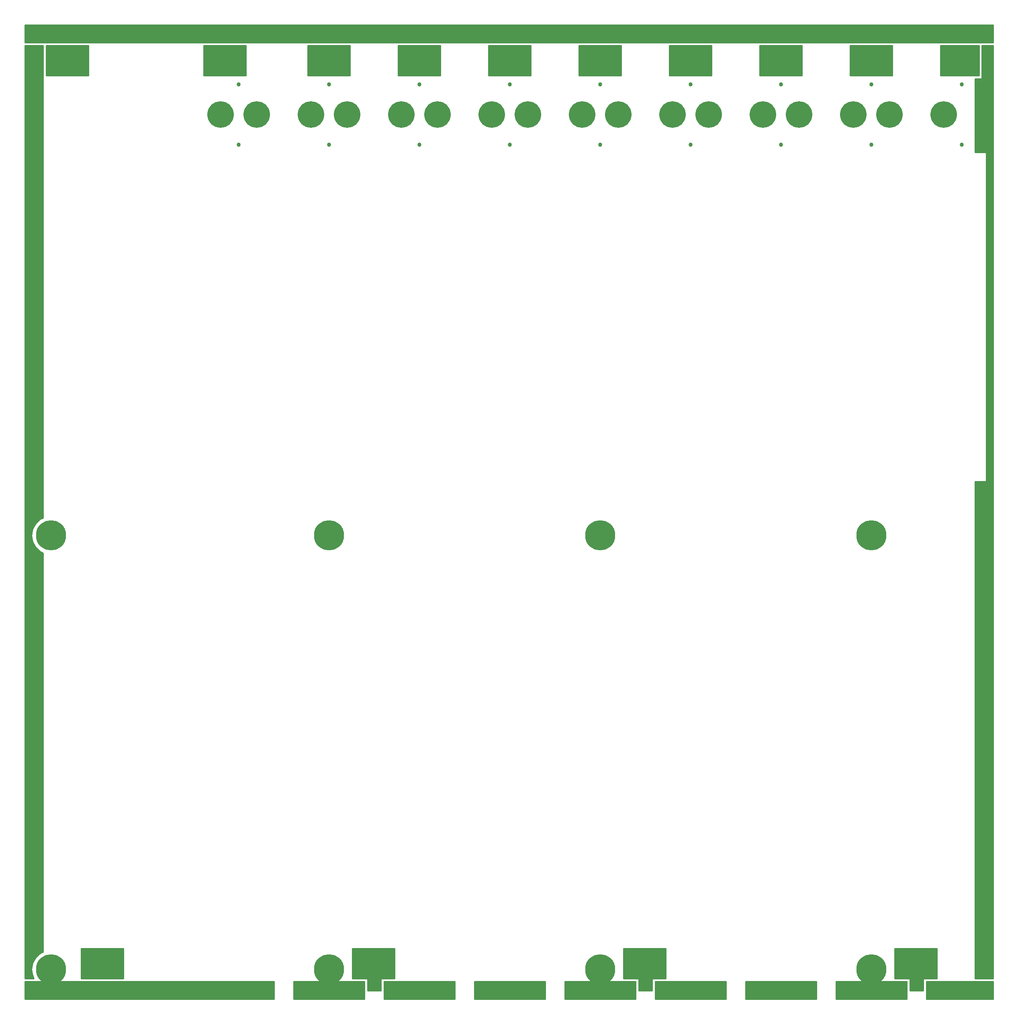
<source format=gbs>
G75*
G70*
%OFA0B0*%
%FSLAX24Y24*%
%IPPOS*%
%LPD*%
%AMOC8*
5,1,8,0,0,1.08239X$1,22.5*
%
%ADD10C,0.2500*%
%ADD11C,0.0100*%
%ADD12C,0.2200*%
%ADD13C,0.0340*%
D10*
X002975Y002725D03*
X026038Y002725D03*
X048538Y002725D03*
X071038Y002725D03*
X071038Y038725D03*
X048538Y038725D03*
X026038Y038725D03*
X002975Y038725D03*
D11*
X000800Y001729D02*
X000800Y000268D01*
X021475Y000268D01*
X021475Y001729D01*
X000800Y001729D01*
X000800Y001676D02*
X021475Y001676D01*
X021475Y001578D02*
X000800Y001578D01*
X000800Y001479D02*
X021475Y001479D01*
X021475Y001381D02*
X000800Y001381D01*
X000800Y001282D02*
X021475Y001282D01*
X021475Y001184D02*
X000800Y001184D01*
X000800Y001085D02*
X021475Y001085D01*
X021475Y000987D02*
X000800Y000987D01*
X000800Y000888D02*
X021475Y000888D01*
X021475Y000790D02*
X000800Y000790D01*
X000800Y000691D02*
X021475Y000691D01*
X021475Y000593D02*
X000800Y000593D01*
X000800Y000494D02*
X021475Y000494D01*
X021475Y000396D02*
X000800Y000396D01*
X000800Y000297D02*
X021475Y000297D01*
X023100Y000297D02*
X028975Y000297D01*
X028975Y000268D02*
X028975Y001729D01*
X023100Y001729D01*
X023100Y000268D01*
X028975Y000268D01*
X028975Y000396D02*
X023100Y000396D01*
X023100Y000494D02*
X028975Y000494D01*
X028975Y000593D02*
X023100Y000593D01*
X023100Y000691D02*
X028975Y000691D01*
X028975Y000790D02*
X023100Y000790D01*
X023100Y000888D02*
X028975Y000888D01*
X028975Y000987D02*
X023100Y000987D01*
X023100Y001085D02*
X028975Y001085D01*
X028975Y001184D02*
X023100Y001184D01*
X023100Y001282D02*
X028975Y001282D01*
X028975Y001381D02*
X023100Y001381D01*
X023100Y001479D02*
X028975Y001479D01*
X028975Y001578D02*
X023100Y001578D01*
X023100Y001676D02*
X028975Y001676D01*
X029225Y001676D02*
X030350Y001676D01*
X030350Y001578D02*
X029225Y001578D01*
X029225Y001479D02*
X030350Y001479D01*
X030350Y001381D02*
X029225Y001381D01*
X029225Y001282D02*
X030350Y001282D01*
X030350Y001184D02*
X029225Y001184D01*
X029225Y001085D02*
X030350Y001085D01*
X030350Y000987D02*
X029225Y000987D01*
X029225Y000975D02*
X029225Y001975D01*
X027975Y001975D01*
X027975Y004475D01*
X031475Y004475D01*
X031475Y001975D01*
X030350Y001975D01*
X030350Y000975D01*
X029225Y000975D01*
X029225Y001775D02*
X030350Y001775D01*
X030350Y001873D02*
X029225Y001873D01*
X029225Y001972D02*
X030350Y001972D01*
X030600Y001729D02*
X030600Y000268D01*
X036475Y000268D01*
X036475Y001729D01*
X030600Y001729D01*
X030600Y001676D02*
X036475Y001676D01*
X036475Y001578D02*
X030600Y001578D01*
X030600Y001479D02*
X036475Y001479D01*
X036475Y001381D02*
X030600Y001381D01*
X030600Y001282D02*
X036475Y001282D01*
X036475Y001184D02*
X030600Y001184D01*
X030600Y001085D02*
X036475Y001085D01*
X036475Y000987D02*
X030600Y000987D01*
X030600Y000888D02*
X036475Y000888D01*
X036475Y000790D02*
X030600Y000790D01*
X030600Y000691D02*
X036475Y000691D01*
X036475Y000593D02*
X030600Y000593D01*
X030600Y000494D02*
X036475Y000494D01*
X036475Y000396D02*
X030600Y000396D01*
X030600Y000297D02*
X036475Y000297D01*
X038100Y000297D02*
X043975Y000297D01*
X043975Y000268D02*
X043975Y001729D01*
X038100Y001729D01*
X038100Y000268D01*
X043975Y000268D01*
X043975Y000396D02*
X038100Y000396D01*
X038100Y000494D02*
X043975Y000494D01*
X043975Y000593D02*
X038100Y000593D01*
X038100Y000691D02*
X043975Y000691D01*
X043975Y000790D02*
X038100Y000790D01*
X038100Y000888D02*
X043975Y000888D01*
X043975Y000987D02*
X038100Y000987D01*
X038100Y001085D02*
X043975Y001085D01*
X043975Y001184D02*
X038100Y001184D01*
X038100Y001282D02*
X043975Y001282D01*
X043975Y001381D02*
X038100Y001381D01*
X038100Y001479D02*
X043975Y001479D01*
X043975Y001578D02*
X038100Y001578D01*
X038100Y001676D02*
X043975Y001676D01*
X045600Y001676D02*
X051475Y001676D01*
X051475Y001729D02*
X045600Y001729D01*
X045600Y000268D01*
X051475Y000268D01*
X051475Y001729D01*
X051475Y001578D02*
X045600Y001578D01*
X045600Y001479D02*
X051475Y001479D01*
X051475Y001381D02*
X045600Y001381D01*
X045600Y001282D02*
X051475Y001282D01*
X051475Y001184D02*
X045600Y001184D01*
X045600Y001085D02*
X051475Y001085D01*
X051475Y000987D02*
X045600Y000987D01*
X045600Y000888D02*
X051475Y000888D01*
X051475Y000790D02*
X045600Y000790D01*
X045600Y000691D02*
X051475Y000691D01*
X051475Y000593D02*
X045600Y000593D01*
X045600Y000494D02*
X051475Y000494D01*
X051475Y000396D02*
X045600Y000396D01*
X045600Y000297D02*
X051475Y000297D01*
X051725Y000975D02*
X051725Y001975D01*
X050475Y001975D01*
X050475Y004475D01*
X053975Y004475D01*
X053975Y001975D01*
X052850Y001975D01*
X052850Y000975D01*
X051725Y000975D01*
X051725Y000987D02*
X052850Y000987D01*
X052850Y001085D02*
X051725Y001085D01*
X051725Y001184D02*
X052850Y001184D01*
X052850Y001282D02*
X051725Y001282D01*
X051725Y001381D02*
X052850Y001381D01*
X052850Y001479D02*
X051725Y001479D01*
X051725Y001578D02*
X052850Y001578D01*
X052850Y001676D02*
X051725Y001676D01*
X051725Y001775D02*
X052850Y001775D01*
X052850Y001873D02*
X051725Y001873D01*
X051725Y001972D02*
X052850Y001972D01*
X053100Y001729D02*
X053100Y000268D01*
X058975Y000268D01*
X058975Y001729D01*
X053100Y001729D01*
X053100Y001676D02*
X058975Y001676D01*
X058975Y001578D02*
X053100Y001578D01*
X053100Y001479D02*
X058975Y001479D01*
X058975Y001381D02*
X053100Y001381D01*
X053100Y001282D02*
X058975Y001282D01*
X058975Y001184D02*
X053100Y001184D01*
X053100Y001085D02*
X058975Y001085D01*
X058975Y000987D02*
X053100Y000987D01*
X053100Y000888D02*
X058975Y000888D01*
X058975Y000790D02*
X053100Y000790D01*
X053100Y000691D02*
X058975Y000691D01*
X058975Y000593D02*
X053100Y000593D01*
X053100Y000494D02*
X058975Y000494D01*
X058975Y000396D02*
X053100Y000396D01*
X053100Y000297D02*
X058975Y000297D01*
X060600Y000297D02*
X066475Y000297D01*
X066475Y000268D02*
X066475Y001729D01*
X060600Y001729D01*
X060600Y000268D01*
X066475Y000268D01*
X066475Y000396D02*
X060600Y000396D01*
X060600Y000494D02*
X066475Y000494D01*
X066475Y000593D02*
X060600Y000593D01*
X060600Y000691D02*
X066475Y000691D01*
X066475Y000790D02*
X060600Y000790D01*
X060600Y000888D02*
X066475Y000888D01*
X066475Y000987D02*
X060600Y000987D01*
X060600Y001085D02*
X066475Y001085D01*
X066475Y001184D02*
X060600Y001184D01*
X060600Y001282D02*
X066475Y001282D01*
X066475Y001381D02*
X060600Y001381D01*
X060600Y001479D02*
X066475Y001479D01*
X066475Y001578D02*
X060600Y001578D01*
X060600Y001676D02*
X066475Y001676D01*
X068100Y001676D02*
X073975Y001676D01*
X073975Y001729D02*
X068100Y001729D01*
X068100Y000268D01*
X073975Y000268D01*
X073975Y001729D01*
X073975Y001578D02*
X068100Y001578D01*
X068100Y001479D02*
X073975Y001479D01*
X073975Y001381D02*
X068100Y001381D01*
X068100Y001282D02*
X073975Y001282D01*
X073975Y001184D02*
X068100Y001184D01*
X068100Y001085D02*
X073975Y001085D01*
X073975Y000987D02*
X068100Y000987D01*
X068100Y000888D02*
X073975Y000888D01*
X073975Y000790D02*
X068100Y000790D01*
X068100Y000691D02*
X073975Y000691D01*
X073975Y000593D02*
X068100Y000593D01*
X068100Y000494D02*
X073975Y000494D01*
X073975Y000396D02*
X068100Y000396D01*
X068100Y000297D02*
X073975Y000297D01*
X074225Y000975D02*
X074225Y001975D01*
X072975Y001975D01*
X072975Y004475D01*
X076475Y004475D01*
X076475Y001975D01*
X075350Y001975D01*
X075350Y000975D01*
X074225Y000975D01*
X074225Y000987D02*
X075350Y000987D01*
X075350Y001085D02*
X074225Y001085D01*
X074225Y001184D02*
X075350Y001184D01*
X075350Y001282D02*
X074225Y001282D01*
X074225Y001381D02*
X075350Y001381D01*
X075350Y001479D02*
X074225Y001479D01*
X074225Y001578D02*
X075350Y001578D01*
X075350Y001676D02*
X074225Y001676D01*
X074225Y001775D02*
X075350Y001775D01*
X075350Y001873D02*
X074225Y001873D01*
X074225Y001972D02*
X075350Y001972D01*
X075600Y001729D02*
X075600Y000268D01*
X081150Y000268D01*
X081150Y001729D01*
X075600Y001729D01*
X075600Y001676D02*
X081150Y001676D01*
X081150Y001578D02*
X075600Y001578D01*
X075600Y001479D02*
X081150Y001479D01*
X081150Y001381D02*
X075600Y001381D01*
X075600Y001282D02*
X081150Y001282D01*
X081150Y001184D02*
X075600Y001184D01*
X075600Y001085D02*
X081150Y001085D01*
X081150Y000987D02*
X075600Y000987D01*
X075600Y000888D02*
X081150Y000888D01*
X081150Y000790D02*
X075600Y000790D01*
X075600Y000691D02*
X081150Y000691D01*
X081150Y000593D02*
X075600Y000593D01*
X075600Y000494D02*
X081150Y000494D01*
X081150Y000396D02*
X075600Y000396D01*
X075600Y000297D02*
X081150Y000297D01*
X081150Y001975D02*
X079650Y001975D01*
X079650Y043193D01*
X080570Y043193D01*
X080570Y070507D01*
X079650Y070507D01*
X079650Y076600D01*
X080195Y076600D01*
X080195Y079350D01*
X081150Y079350D01*
X081150Y001975D01*
X081150Y002070D02*
X079650Y002070D01*
X079650Y002169D02*
X081150Y002169D01*
X081150Y002267D02*
X079650Y002267D01*
X079650Y002366D02*
X081150Y002366D01*
X081150Y002464D02*
X079650Y002464D01*
X079650Y002563D02*
X081150Y002563D01*
X081150Y002661D02*
X079650Y002661D01*
X079650Y002760D02*
X081150Y002760D01*
X081150Y002858D02*
X079650Y002858D01*
X079650Y002957D02*
X081150Y002957D01*
X081150Y003055D02*
X079650Y003055D01*
X079650Y003154D02*
X081150Y003154D01*
X081150Y003252D02*
X079650Y003252D01*
X079650Y003351D02*
X081150Y003351D01*
X081150Y003449D02*
X079650Y003449D01*
X079650Y003548D02*
X081150Y003548D01*
X081150Y003646D02*
X079650Y003646D01*
X079650Y003745D02*
X081150Y003745D01*
X081150Y003843D02*
X079650Y003843D01*
X079650Y003942D02*
X081150Y003942D01*
X081150Y004040D02*
X079650Y004040D01*
X079650Y004139D02*
X081150Y004139D01*
X081150Y004237D02*
X079650Y004237D01*
X079650Y004336D02*
X081150Y004336D01*
X081150Y004434D02*
X079650Y004434D01*
X079650Y004533D02*
X081150Y004533D01*
X081150Y004631D02*
X079650Y004631D01*
X079650Y004730D02*
X081150Y004730D01*
X081150Y004828D02*
X079650Y004828D01*
X079650Y004927D02*
X081150Y004927D01*
X081150Y005025D02*
X079650Y005025D01*
X079650Y005124D02*
X081150Y005124D01*
X081150Y005222D02*
X079650Y005222D01*
X079650Y005321D02*
X081150Y005321D01*
X081150Y005419D02*
X079650Y005419D01*
X079650Y005518D02*
X081150Y005518D01*
X081150Y005616D02*
X079650Y005616D01*
X079650Y005715D02*
X081150Y005715D01*
X081150Y005813D02*
X079650Y005813D01*
X079650Y005912D02*
X081150Y005912D01*
X081150Y006010D02*
X079650Y006010D01*
X079650Y006109D02*
X081150Y006109D01*
X081150Y006207D02*
X079650Y006207D01*
X079650Y006306D02*
X081150Y006306D01*
X081150Y006404D02*
X079650Y006404D01*
X079650Y006503D02*
X081150Y006503D01*
X081150Y006601D02*
X079650Y006601D01*
X079650Y006700D02*
X081150Y006700D01*
X081150Y006798D02*
X079650Y006798D01*
X079650Y006897D02*
X081150Y006897D01*
X081150Y006995D02*
X079650Y006995D01*
X079650Y007094D02*
X081150Y007094D01*
X081150Y007192D02*
X079650Y007192D01*
X079650Y007291D02*
X081150Y007291D01*
X081150Y007389D02*
X079650Y007389D01*
X079650Y007488D02*
X081150Y007488D01*
X081150Y007586D02*
X079650Y007586D01*
X079650Y007685D02*
X081150Y007685D01*
X081150Y007783D02*
X079650Y007783D01*
X079650Y007882D02*
X081150Y007882D01*
X081150Y007980D02*
X079650Y007980D01*
X079650Y008079D02*
X081150Y008079D01*
X081150Y008177D02*
X079650Y008177D01*
X079650Y008276D02*
X081150Y008276D01*
X081150Y008374D02*
X079650Y008374D01*
X079650Y008473D02*
X081150Y008473D01*
X081150Y008571D02*
X079650Y008571D01*
X079650Y008670D02*
X081150Y008670D01*
X081150Y008768D02*
X079650Y008768D01*
X079650Y008867D02*
X081150Y008867D01*
X081150Y008965D02*
X079650Y008965D01*
X079650Y009064D02*
X081150Y009064D01*
X081150Y009162D02*
X079650Y009162D01*
X079650Y009261D02*
X081150Y009261D01*
X081150Y009359D02*
X079650Y009359D01*
X079650Y009458D02*
X081150Y009458D01*
X081150Y009556D02*
X079650Y009556D01*
X079650Y009655D02*
X081150Y009655D01*
X081150Y009753D02*
X079650Y009753D01*
X079650Y009852D02*
X081150Y009852D01*
X081150Y009950D02*
X079650Y009950D01*
X079650Y010049D02*
X081150Y010049D01*
X081150Y010147D02*
X079650Y010147D01*
X079650Y010246D02*
X081150Y010246D01*
X081150Y010344D02*
X079650Y010344D01*
X079650Y010443D02*
X081150Y010443D01*
X081150Y010541D02*
X079650Y010541D01*
X079650Y010640D02*
X081150Y010640D01*
X081150Y010738D02*
X079650Y010738D01*
X079650Y010837D02*
X081150Y010837D01*
X081150Y010935D02*
X079650Y010935D01*
X079650Y011034D02*
X081150Y011034D01*
X081150Y011132D02*
X079650Y011132D01*
X079650Y011231D02*
X081150Y011231D01*
X081150Y011329D02*
X079650Y011329D01*
X079650Y011428D02*
X081150Y011428D01*
X081150Y011526D02*
X079650Y011526D01*
X079650Y011625D02*
X081150Y011625D01*
X081150Y011723D02*
X079650Y011723D01*
X079650Y011822D02*
X081150Y011822D01*
X081150Y011920D02*
X079650Y011920D01*
X079650Y012019D02*
X081150Y012019D01*
X081150Y012117D02*
X079650Y012117D01*
X079650Y012216D02*
X081150Y012216D01*
X081150Y012314D02*
X079650Y012314D01*
X079650Y012413D02*
X081150Y012413D01*
X081150Y012511D02*
X079650Y012511D01*
X079650Y012610D02*
X081150Y012610D01*
X081150Y012708D02*
X079650Y012708D01*
X079650Y012807D02*
X081150Y012807D01*
X081150Y012905D02*
X079650Y012905D01*
X079650Y013004D02*
X081150Y013004D01*
X081150Y013102D02*
X079650Y013102D01*
X079650Y013201D02*
X081150Y013201D01*
X081150Y013299D02*
X079650Y013299D01*
X079650Y013398D02*
X081150Y013398D01*
X081150Y013496D02*
X079650Y013496D01*
X079650Y013595D02*
X081150Y013595D01*
X081150Y013693D02*
X079650Y013693D01*
X079650Y013792D02*
X081150Y013792D01*
X081150Y013890D02*
X079650Y013890D01*
X079650Y013989D02*
X081150Y013989D01*
X081150Y014087D02*
X079650Y014087D01*
X079650Y014186D02*
X081150Y014186D01*
X081150Y014284D02*
X079650Y014284D01*
X079650Y014383D02*
X081150Y014383D01*
X081150Y014481D02*
X079650Y014481D01*
X079650Y014580D02*
X081150Y014580D01*
X081150Y014678D02*
X079650Y014678D01*
X079650Y014777D02*
X081150Y014777D01*
X081150Y014875D02*
X079650Y014875D01*
X079650Y014974D02*
X081150Y014974D01*
X081150Y015072D02*
X079650Y015072D01*
X079650Y015171D02*
X081150Y015171D01*
X081150Y015269D02*
X079650Y015269D01*
X079650Y015368D02*
X081150Y015368D01*
X081150Y015466D02*
X079650Y015466D01*
X079650Y015565D02*
X081150Y015565D01*
X081150Y015663D02*
X079650Y015663D01*
X079650Y015762D02*
X081150Y015762D01*
X081150Y015860D02*
X079650Y015860D01*
X079650Y015959D02*
X081150Y015959D01*
X081150Y016057D02*
X079650Y016057D01*
X079650Y016156D02*
X081150Y016156D01*
X081150Y016254D02*
X079650Y016254D01*
X079650Y016353D02*
X081150Y016353D01*
X081150Y016451D02*
X079650Y016451D01*
X079650Y016550D02*
X081150Y016550D01*
X081150Y016648D02*
X079650Y016648D01*
X079650Y016747D02*
X081150Y016747D01*
X081150Y016845D02*
X079650Y016845D01*
X079650Y016944D02*
X081150Y016944D01*
X081150Y017042D02*
X079650Y017042D01*
X079650Y017141D02*
X081150Y017141D01*
X081150Y017239D02*
X079650Y017239D01*
X079650Y017338D02*
X081150Y017338D01*
X081150Y017436D02*
X079650Y017436D01*
X079650Y017535D02*
X081150Y017535D01*
X081150Y017633D02*
X079650Y017633D01*
X079650Y017732D02*
X081150Y017732D01*
X081150Y017830D02*
X079650Y017830D01*
X079650Y017929D02*
X081150Y017929D01*
X081150Y018027D02*
X079650Y018027D01*
X079650Y018126D02*
X081150Y018126D01*
X081150Y018224D02*
X079650Y018224D01*
X079650Y018323D02*
X081150Y018323D01*
X081150Y018421D02*
X079650Y018421D01*
X079650Y018520D02*
X081150Y018520D01*
X081150Y018618D02*
X079650Y018618D01*
X079650Y018717D02*
X081150Y018717D01*
X081150Y018815D02*
X079650Y018815D01*
X079650Y018914D02*
X081150Y018914D01*
X081150Y019012D02*
X079650Y019012D01*
X079650Y019111D02*
X081150Y019111D01*
X081150Y019209D02*
X079650Y019209D01*
X079650Y019308D02*
X081150Y019308D01*
X081150Y019406D02*
X079650Y019406D01*
X079650Y019505D02*
X081150Y019505D01*
X081150Y019603D02*
X079650Y019603D01*
X079650Y019702D02*
X081150Y019702D01*
X081150Y019800D02*
X079650Y019800D01*
X079650Y019899D02*
X081150Y019899D01*
X081150Y019997D02*
X079650Y019997D01*
X079650Y020096D02*
X081150Y020096D01*
X081150Y020194D02*
X079650Y020194D01*
X079650Y020293D02*
X081150Y020293D01*
X081150Y020391D02*
X079650Y020391D01*
X079650Y020490D02*
X081150Y020490D01*
X081150Y020588D02*
X079650Y020588D01*
X079650Y020687D02*
X081150Y020687D01*
X081150Y020785D02*
X079650Y020785D01*
X079650Y020884D02*
X081150Y020884D01*
X081150Y020982D02*
X079650Y020982D01*
X079650Y021081D02*
X081150Y021081D01*
X081150Y021179D02*
X079650Y021179D01*
X079650Y021278D02*
X081150Y021278D01*
X081150Y021376D02*
X079650Y021376D01*
X079650Y021475D02*
X081150Y021475D01*
X081150Y021573D02*
X079650Y021573D01*
X079650Y021672D02*
X081150Y021672D01*
X081150Y021770D02*
X079650Y021770D01*
X079650Y021869D02*
X081150Y021869D01*
X081150Y021967D02*
X079650Y021967D01*
X079650Y022066D02*
X081150Y022066D01*
X081150Y022164D02*
X079650Y022164D01*
X079650Y022263D02*
X081150Y022263D01*
X081150Y022361D02*
X079650Y022361D01*
X079650Y022460D02*
X081150Y022460D01*
X081150Y022558D02*
X079650Y022558D01*
X079650Y022657D02*
X081150Y022657D01*
X081150Y022755D02*
X079650Y022755D01*
X079650Y022854D02*
X081150Y022854D01*
X081150Y022952D02*
X079650Y022952D01*
X079650Y023051D02*
X081150Y023051D01*
X081150Y023149D02*
X079650Y023149D01*
X079650Y023248D02*
X081150Y023248D01*
X081150Y023346D02*
X079650Y023346D01*
X079650Y023445D02*
X081150Y023445D01*
X081150Y023543D02*
X079650Y023543D01*
X079650Y023642D02*
X081150Y023642D01*
X081150Y023740D02*
X079650Y023740D01*
X079650Y023839D02*
X081150Y023839D01*
X081150Y023937D02*
X079650Y023937D01*
X079650Y024036D02*
X081150Y024036D01*
X081150Y024134D02*
X079650Y024134D01*
X079650Y024233D02*
X081150Y024233D01*
X081150Y024331D02*
X079650Y024331D01*
X079650Y024430D02*
X081150Y024430D01*
X081150Y024528D02*
X079650Y024528D01*
X079650Y024627D02*
X081150Y024627D01*
X081150Y024725D02*
X079650Y024725D01*
X079650Y024824D02*
X081150Y024824D01*
X081150Y024922D02*
X079650Y024922D01*
X079650Y025021D02*
X081150Y025021D01*
X081150Y025119D02*
X079650Y025119D01*
X079650Y025218D02*
X081150Y025218D01*
X081150Y025316D02*
X079650Y025316D01*
X079650Y025415D02*
X081150Y025415D01*
X081150Y025513D02*
X079650Y025513D01*
X079650Y025612D02*
X081150Y025612D01*
X081150Y025710D02*
X079650Y025710D01*
X079650Y025809D02*
X081150Y025809D01*
X081150Y025907D02*
X079650Y025907D01*
X079650Y026006D02*
X081150Y026006D01*
X081150Y026104D02*
X079650Y026104D01*
X079650Y026203D02*
X081150Y026203D01*
X081150Y026301D02*
X079650Y026301D01*
X079650Y026400D02*
X081150Y026400D01*
X081150Y026498D02*
X079650Y026498D01*
X079650Y026597D02*
X081150Y026597D01*
X081150Y026695D02*
X079650Y026695D01*
X079650Y026794D02*
X081150Y026794D01*
X081150Y026892D02*
X079650Y026892D01*
X079650Y026991D02*
X081150Y026991D01*
X081150Y027089D02*
X079650Y027089D01*
X079650Y027188D02*
X081150Y027188D01*
X081150Y027286D02*
X079650Y027286D01*
X079650Y027385D02*
X081150Y027385D01*
X081150Y027483D02*
X079650Y027483D01*
X079650Y027582D02*
X081150Y027582D01*
X081150Y027680D02*
X079650Y027680D01*
X079650Y027779D02*
X081150Y027779D01*
X081150Y027877D02*
X079650Y027877D01*
X079650Y027976D02*
X081150Y027976D01*
X081150Y028074D02*
X079650Y028074D01*
X079650Y028173D02*
X081150Y028173D01*
X081150Y028271D02*
X079650Y028271D01*
X079650Y028370D02*
X081150Y028370D01*
X081150Y028468D02*
X079650Y028468D01*
X079650Y028567D02*
X081150Y028567D01*
X081150Y028665D02*
X079650Y028665D01*
X079650Y028764D02*
X081150Y028764D01*
X081150Y028862D02*
X079650Y028862D01*
X079650Y028961D02*
X081150Y028961D01*
X081150Y029059D02*
X079650Y029059D01*
X079650Y029158D02*
X081150Y029158D01*
X081150Y029256D02*
X079650Y029256D01*
X079650Y029355D02*
X081150Y029355D01*
X081150Y029453D02*
X079650Y029453D01*
X079650Y029552D02*
X081150Y029552D01*
X081150Y029650D02*
X079650Y029650D01*
X079650Y029749D02*
X081150Y029749D01*
X081150Y029847D02*
X079650Y029847D01*
X079650Y029946D02*
X081150Y029946D01*
X081150Y030044D02*
X079650Y030044D01*
X079650Y030143D02*
X081150Y030143D01*
X081150Y030241D02*
X079650Y030241D01*
X079650Y030340D02*
X081150Y030340D01*
X081150Y030438D02*
X079650Y030438D01*
X079650Y030537D02*
X081150Y030537D01*
X081150Y030635D02*
X079650Y030635D01*
X079650Y030734D02*
X081150Y030734D01*
X081150Y030832D02*
X079650Y030832D01*
X079650Y030931D02*
X081150Y030931D01*
X081150Y031029D02*
X079650Y031029D01*
X079650Y031128D02*
X081150Y031128D01*
X081150Y031226D02*
X079650Y031226D01*
X079650Y031325D02*
X081150Y031325D01*
X081150Y031423D02*
X079650Y031423D01*
X079650Y031522D02*
X081150Y031522D01*
X081150Y031620D02*
X079650Y031620D01*
X079650Y031719D02*
X081150Y031719D01*
X081150Y031817D02*
X079650Y031817D01*
X079650Y031916D02*
X081150Y031916D01*
X081150Y032014D02*
X079650Y032014D01*
X079650Y032113D02*
X081150Y032113D01*
X081150Y032211D02*
X079650Y032211D01*
X079650Y032310D02*
X081150Y032310D01*
X081150Y032408D02*
X079650Y032408D01*
X079650Y032507D02*
X081150Y032507D01*
X081150Y032605D02*
X079650Y032605D01*
X079650Y032704D02*
X081150Y032704D01*
X081150Y032802D02*
X079650Y032802D01*
X079650Y032901D02*
X081150Y032901D01*
X081150Y032999D02*
X079650Y032999D01*
X079650Y033098D02*
X081150Y033098D01*
X081150Y033196D02*
X079650Y033196D01*
X079650Y033295D02*
X081150Y033295D01*
X081150Y033393D02*
X079650Y033393D01*
X079650Y033492D02*
X081150Y033492D01*
X081150Y033590D02*
X079650Y033590D01*
X079650Y033689D02*
X081150Y033689D01*
X081150Y033787D02*
X079650Y033787D01*
X079650Y033886D02*
X081150Y033886D01*
X081150Y033984D02*
X079650Y033984D01*
X079650Y034083D02*
X081150Y034083D01*
X081150Y034181D02*
X079650Y034181D01*
X079650Y034280D02*
X081150Y034280D01*
X081150Y034378D02*
X079650Y034378D01*
X079650Y034477D02*
X081150Y034477D01*
X081150Y034575D02*
X079650Y034575D01*
X079650Y034674D02*
X081150Y034674D01*
X081150Y034772D02*
X079650Y034772D01*
X079650Y034871D02*
X081150Y034871D01*
X081150Y034969D02*
X079650Y034969D01*
X079650Y035068D02*
X081150Y035068D01*
X081150Y035166D02*
X079650Y035166D01*
X079650Y035265D02*
X081150Y035265D01*
X081150Y035363D02*
X079650Y035363D01*
X079650Y035462D02*
X081150Y035462D01*
X081150Y035560D02*
X079650Y035560D01*
X079650Y035659D02*
X081150Y035659D01*
X081150Y035757D02*
X079650Y035757D01*
X079650Y035856D02*
X081150Y035856D01*
X081150Y035954D02*
X079650Y035954D01*
X079650Y036053D02*
X081150Y036053D01*
X081150Y036151D02*
X079650Y036151D01*
X079650Y036250D02*
X081150Y036250D01*
X081150Y036348D02*
X079650Y036348D01*
X079650Y036447D02*
X081150Y036447D01*
X081150Y036545D02*
X079650Y036545D01*
X079650Y036644D02*
X081150Y036644D01*
X081150Y036742D02*
X079650Y036742D01*
X079650Y036841D02*
X081150Y036841D01*
X081150Y036939D02*
X079650Y036939D01*
X079650Y037038D02*
X081150Y037038D01*
X081150Y037136D02*
X079650Y037136D01*
X079650Y037235D02*
X081150Y037235D01*
X081150Y037333D02*
X079650Y037333D01*
X079650Y037432D02*
X081150Y037432D01*
X081150Y037530D02*
X079650Y037530D01*
X079650Y037629D02*
X081150Y037629D01*
X081150Y037727D02*
X079650Y037727D01*
X079650Y037826D02*
X081150Y037826D01*
X081150Y037924D02*
X079650Y037924D01*
X079650Y038023D02*
X081150Y038023D01*
X081150Y038121D02*
X079650Y038121D01*
X079650Y038220D02*
X081150Y038220D01*
X081150Y038318D02*
X079650Y038318D01*
X079650Y038417D02*
X081150Y038417D01*
X081150Y038515D02*
X079650Y038515D01*
X079650Y038614D02*
X081150Y038614D01*
X081150Y038712D02*
X079650Y038712D01*
X079650Y038811D02*
X081150Y038811D01*
X081150Y038909D02*
X079650Y038909D01*
X079650Y039008D02*
X081150Y039008D01*
X081150Y039106D02*
X079650Y039106D01*
X079650Y039205D02*
X081150Y039205D01*
X081150Y039303D02*
X079650Y039303D01*
X079650Y039402D02*
X081150Y039402D01*
X081150Y039500D02*
X079650Y039500D01*
X079650Y039599D02*
X081150Y039599D01*
X081150Y039697D02*
X079650Y039697D01*
X079650Y039796D02*
X081150Y039796D01*
X081150Y039894D02*
X079650Y039894D01*
X079650Y039993D02*
X081150Y039993D01*
X081150Y040091D02*
X079650Y040091D01*
X079650Y040190D02*
X081150Y040190D01*
X081150Y040288D02*
X079650Y040288D01*
X079650Y040387D02*
X081150Y040387D01*
X081150Y040485D02*
X079650Y040485D01*
X079650Y040584D02*
X081150Y040584D01*
X081150Y040682D02*
X079650Y040682D01*
X079650Y040781D02*
X081150Y040781D01*
X081150Y040879D02*
X079650Y040879D01*
X079650Y040978D02*
X081150Y040978D01*
X081150Y041076D02*
X079650Y041076D01*
X079650Y041175D02*
X081150Y041175D01*
X081150Y041273D02*
X079650Y041273D01*
X079650Y041372D02*
X081150Y041372D01*
X081150Y041470D02*
X079650Y041470D01*
X079650Y041569D02*
X081150Y041569D01*
X081150Y041667D02*
X079650Y041667D01*
X079650Y041766D02*
X081150Y041766D01*
X081150Y041864D02*
X079650Y041864D01*
X079650Y041963D02*
X081150Y041963D01*
X081150Y042061D02*
X079650Y042061D01*
X079650Y042160D02*
X081150Y042160D01*
X081150Y042258D02*
X079650Y042258D01*
X079650Y042357D02*
X081150Y042357D01*
X081150Y042455D02*
X079650Y042455D01*
X079650Y042554D02*
X081150Y042554D01*
X081150Y042652D02*
X079650Y042652D01*
X079650Y042751D02*
X081150Y042751D01*
X081150Y042849D02*
X079650Y042849D01*
X079650Y042948D02*
X081150Y042948D01*
X081150Y043046D02*
X079650Y043046D01*
X079650Y043145D02*
X081150Y043145D01*
X081150Y043243D02*
X080570Y043243D01*
X080570Y043342D02*
X081150Y043342D01*
X081150Y043440D02*
X080570Y043440D01*
X080570Y043539D02*
X081150Y043539D01*
X081150Y043637D02*
X080570Y043637D01*
X080570Y043736D02*
X081150Y043736D01*
X081150Y043834D02*
X080570Y043834D01*
X080570Y043933D02*
X081150Y043933D01*
X081150Y044031D02*
X080570Y044031D01*
X080570Y044130D02*
X081150Y044130D01*
X081150Y044228D02*
X080570Y044228D01*
X080570Y044327D02*
X081150Y044327D01*
X081150Y044425D02*
X080570Y044425D01*
X080570Y044524D02*
X081150Y044524D01*
X081150Y044622D02*
X080570Y044622D01*
X080570Y044721D02*
X081150Y044721D01*
X081150Y044819D02*
X080570Y044819D01*
X080570Y044918D02*
X081150Y044918D01*
X081150Y045016D02*
X080570Y045016D01*
X080570Y045115D02*
X081150Y045115D01*
X081150Y045213D02*
X080570Y045213D01*
X080570Y045312D02*
X081150Y045312D01*
X081150Y045410D02*
X080570Y045410D01*
X080570Y045509D02*
X081150Y045509D01*
X081150Y045607D02*
X080570Y045607D01*
X080570Y045706D02*
X081150Y045706D01*
X081150Y045804D02*
X080570Y045804D01*
X080570Y045903D02*
X081150Y045903D01*
X081150Y046001D02*
X080570Y046001D01*
X080570Y046100D02*
X081150Y046100D01*
X081150Y046198D02*
X080570Y046198D01*
X080570Y046297D02*
X081150Y046297D01*
X081150Y046395D02*
X080570Y046395D01*
X080570Y046494D02*
X081150Y046494D01*
X081150Y046592D02*
X080570Y046592D01*
X080570Y046691D02*
X081150Y046691D01*
X081150Y046789D02*
X080570Y046789D01*
X080570Y046888D02*
X081150Y046888D01*
X081150Y046986D02*
X080570Y046986D01*
X080570Y047085D02*
X081150Y047085D01*
X081150Y047183D02*
X080570Y047183D01*
X080570Y047282D02*
X081150Y047282D01*
X081150Y047380D02*
X080570Y047380D01*
X080570Y047479D02*
X081150Y047479D01*
X081150Y047577D02*
X080570Y047577D01*
X080570Y047676D02*
X081150Y047676D01*
X081150Y047774D02*
X080570Y047774D01*
X080570Y047873D02*
X081150Y047873D01*
X081150Y047971D02*
X080570Y047971D01*
X080570Y048070D02*
X081150Y048070D01*
X081150Y048168D02*
X080570Y048168D01*
X080570Y048267D02*
X081150Y048267D01*
X081150Y048365D02*
X080570Y048365D01*
X080570Y048464D02*
X081150Y048464D01*
X081150Y048562D02*
X080570Y048562D01*
X080570Y048661D02*
X081150Y048661D01*
X081150Y048759D02*
X080570Y048759D01*
X080570Y048858D02*
X081150Y048858D01*
X081150Y048956D02*
X080570Y048956D01*
X080570Y049055D02*
X081150Y049055D01*
X081150Y049153D02*
X080570Y049153D01*
X080570Y049252D02*
X081150Y049252D01*
X081150Y049350D02*
X080570Y049350D01*
X080570Y049449D02*
X081150Y049449D01*
X081150Y049547D02*
X080570Y049547D01*
X080570Y049646D02*
X081150Y049646D01*
X081150Y049744D02*
X080570Y049744D01*
X080570Y049843D02*
X081150Y049843D01*
X081150Y049941D02*
X080570Y049941D01*
X080570Y050040D02*
X081150Y050040D01*
X081150Y050138D02*
X080570Y050138D01*
X080570Y050237D02*
X081150Y050237D01*
X081150Y050335D02*
X080570Y050335D01*
X080570Y050434D02*
X081150Y050434D01*
X081150Y050532D02*
X080570Y050532D01*
X080570Y050631D02*
X081150Y050631D01*
X081150Y050729D02*
X080570Y050729D01*
X080570Y050828D02*
X081150Y050828D01*
X081150Y050926D02*
X080570Y050926D01*
X080570Y051025D02*
X081150Y051025D01*
X081150Y051123D02*
X080570Y051123D01*
X080570Y051222D02*
X081150Y051222D01*
X081150Y051320D02*
X080570Y051320D01*
X080570Y051419D02*
X081150Y051419D01*
X081150Y051517D02*
X080570Y051517D01*
X080570Y051616D02*
X081150Y051616D01*
X081150Y051714D02*
X080570Y051714D01*
X080570Y051813D02*
X081150Y051813D01*
X081150Y051911D02*
X080570Y051911D01*
X080570Y052010D02*
X081150Y052010D01*
X081150Y052108D02*
X080570Y052108D01*
X080570Y052207D02*
X081150Y052207D01*
X081150Y052305D02*
X080570Y052305D01*
X080570Y052404D02*
X081150Y052404D01*
X081150Y052502D02*
X080570Y052502D01*
X080570Y052601D02*
X081150Y052601D01*
X081150Y052699D02*
X080570Y052699D01*
X080570Y052798D02*
X081150Y052798D01*
X081150Y052896D02*
X080570Y052896D01*
X080570Y052995D02*
X081150Y052995D01*
X081150Y053093D02*
X080570Y053093D01*
X080570Y053192D02*
X081150Y053192D01*
X081150Y053290D02*
X080570Y053290D01*
X080570Y053389D02*
X081150Y053389D01*
X081150Y053487D02*
X080570Y053487D01*
X080570Y053586D02*
X081150Y053586D01*
X081150Y053684D02*
X080570Y053684D01*
X080570Y053783D02*
X081150Y053783D01*
X081150Y053881D02*
X080570Y053881D01*
X080570Y053980D02*
X081150Y053980D01*
X081150Y054078D02*
X080570Y054078D01*
X080570Y054177D02*
X081150Y054177D01*
X081150Y054275D02*
X080570Y054275D01*
X080570Y054374D02*
X081150Y054374D01*
X081150Y054472D02*
X080570Y054472D01*
X080570Y054571D02*
X081150Y054571D01*
X081150Y054669D02*
X080570Y054669D01*
X080570Y054768D02*
X081150Y054768D01*
X081150Y054866D02*
X080570Y054866D01*
X080570Y054965D02*
X081150Y054965D01*
X081150Y055063D02*
X080570Y055063D01*
X080570Y055162D02*
X081150Y055162D01*
X081150Y055260D02*
X080570Y055260D01*
X080570Y055359D02*
X081150Y055359D01*
X081150Y055457D02*
X080570Y055457D01*
X080570Y055556D02*
X081150Y055556D01*
X081150Y055654D02*
X080570Y055654D01*
X080570Y055753D02*
X081150Y055753D01*
X081150Y055851D02*
X080570Y055851D01*
X080570Y055950D02*
X081150Y055950D01*
X081150Y056048D02*
X080570Y056048D01*
X080570Y056147D02*
X081150Y056147D01*
X081150Y056245D02*
X080570Y056245D01*
X080570Y056344D02*
X081150Y056344D01*
X081150Y056442D02*
X080570Y056442D01*
X080570Y056541D02*
X081150Y056541D01*
X081150Y056639D02*
X080570Y056639D01*
X080570Y056738D02*
X081150Y056738D01*
X081150Y056836D02*
X080570Y056836D01*
X080570Y056935D02*
X081150Y056935D01*
X081150Y057033D02*
X080570Y057033D01*
X080570Y057132D02*
X081150Y057132D01*
X081150Y057230D02*
X080570Y057230D01*
X080570Y057329D02*
X081150Y057329D01*
X081150Y057427D02*
X080570Y057427D01*
X080570Y057526D02*
X081150Y057526D01*
X081150Y057624D02*
X080570Y057624D01*
X080570Y057723D02*
X081150Y057723D01*
X081150Y057821D02*
X080570Y057821D01*
X080570Y057920D02*
X081150Y057920D01*
X081150Y058018D02*
X080570Y058018D01*
X080570Y058117D02*
X081150Y058117D01*
X081150Y058215D02*
X080570Y058215D01*
X080570Y058314D02*
X081150Y058314D01*
X081150Y058412D02*
X080570Y058412D01*
X080570Y058511D02*
X081150Y058511D01*
X081150Y058609D02*
X080570Y058609D01*
X080570Y058708D02*
X081150Y058708D01*
X081150Y058806D02*
X080570Y058806D01*
X080570Y058905D02*
X081150Y058905D01*
X081150Y059003D02*
X080570Y059003D01*
X080570Y059102D02*
X081150Y059102D01*
X081150Y059200D02*
X080570Y059200D01*
X080570Y059299D02*
X081150Y059299D01*
X081150Y059397D02*
X080570Y059397D01*
X080570Y059496D02*
X081150Y059496D01*
X081150Y059594D02*
X080570Y059594D01*
X080570Y059693D02*
X081150Y059693D01*
X081150Y059791D02*
X080570Y059791D01*
X080570Y059890D02*
X081150Y059890D01*
X081150Y059988D02*
X080570Y059988D01*
X080570Y060087D02*
X081150Y060087D01*
X081150Y060185D02*
X080570Y060185D01*
X080570Y060284D02*
X081150Y060284D01*
X081150Y060382D02*
X080570Y060382D01*
X080570Y060481D02*
X081150Y060481D01*
X081150Y060579D02*
X080570Y060579D01*
X080570Y060678D02*
X081150Y060678D01*
X081150Y060776D02*
X080570Y060776D01*
X080570Y060875D02*
X081150Y060875D01*
X081150Y060973D02*
X080570Y060973D01*
X080570Y061072D02*
X081150Y061072D01*
X081150Y061170D02*
X080570Y061170D01*
X080570Y061269D02*
X081150Y061269D01*
X081150Y061367D02*
X080570Y061367D01*
X080570Y061466D02*
X081150Y061466D01*
X081150Y061564D02*
X080570Y061564D01*
X080570Y061663D02*
X081150Y061663D01*
X081150Y061761D02*
X080570Y061761D01*
X080570Y061860D02*
X081150Y061860D01*
X081150Y061958D02*
X080570Y061958D01*
X080570Y062057D02*
X081150Y062057D01*
X081150Y062155D02*
X080570Y062155D01*
X080570Y062254D02*
X081150Y062254D01*
X081150Y062352D02*
X080570Y062352D01*
X080570Y062451D02*
X081150Y062451D01*
X081150Y062549D02*
X080570Y062549D01*
X080570Y062648D02*
X081150Y062648D01*
X081150Y062746D02*
X080570Y062746D01*
X080570Y062845D02*
X081150Y062845D01*
X081150Y062943D02*
X080570Y062943D01*
X080570Y063042D02*
X081150Y063042D01*
X081150Y063140D02*
X080570Y063140D01*
X080570Y063239D02*
X081150Y063239D01*
X081150Y063337D02*
X080570Y063337D01*
X080570Y063436D02*
X081150Y063436D01*
X081150Y063534D02*
X080570Y063534D01*
X080570Y063633D02*
X081150Y063633D01*
X081150Y063731D02*
X080570Y063731D01*
X080570Y063830D02*
X081150Y063830D01*
X081150Y063928D02*
X080570Y063928D01*
X080570Y064027D02*
X081150Y064027D01*
X081150Y064125D02*
X080570Y064125D01*
X080570Y064224D02*
X081150Y064224D01*
X081150Y064322D02*
X080570Y064322D01*
X080570Y064421D02*
X081150Y064421D01*
X081150Y064519D02*
X080570Y064519D01*
X080570Y064618D02*
X081150Y064618D01*
X081150Y064716D02*
X080570Y064716D01*
X080570Y064815D02*
X081150Y064815D01*
X081150Y064913D02*
X080570Y064913D01*
X080570Y065012D02*
X081150Y065012D01*
X081150Y065110D02*
X080570Y065110D01*
X080570Y065209D02*
X081150Y065209D01*
X081150Y065307D02*
X080570Y065307D01*
X080570Y065406D02*
X081150Y065406D01*
X081150Y065504D02*
X080570Y065504D01*
X080570Y065603D02*
X081150Y065603D01*
X081150Y065701D02*
X080570Y065701D01*
X080570Y065800D02*
X081150Y065800D01*
X081150Y065898D02*
X080570Y065898D01*
X080570Y065997D02*
X081150Y065997D01*
X081150Y066095D02*
X080570Y066095D01*
X080570Y066194D02*
X081150Y066194D01*
X081150Y066292D02*
X080570Y066292D01*
X080570Y066391D02*
X081150Y066391D01*
X081150Y066489D02*
X080570Y066489D01*
X080570Y066588D02*
X081150Y066588D01*
X081150Y066686D02*
X080570Y066686D01*
X080570Y066785D02*
X081150Y066785D01*
X081150Y066883D02*
X080570Y066883D01*
X080570Y066982D02*
X081150Y066982D01*
X081150Y067080D02*
X080570Y067080D01*
X080570Y067179D02*
X081150Y067179D01*
X081150Y067277D02*
X080570Y067277D01*
X080570Y067376D02*
X081150Y067376D01*
X081150Y067474D02*
X080570Y067474D01*
X080570Y067573D02*
X081150Y067573D01*
X081150Y067671D02*
X080570Y067671D01*
X080570Y067770D02*
X081150Y067770D01*
X081150Y067868D02*
X080570Y067868D01*
X080570Y067967D02*
X081150Y067967D01*
X081150Y068065D02*
X080570Y068065D01*
X080570Y068164D02*
X081150Y068164D01*
X081150Y068262D02*
X080570Y068262D01*
X080570Y068361D02*
X081150Y068361D01*
X081150Y068459D02*
X080570Y068459D01*
X080570Y068558D02*
X081150Y068558D01*
X081150Y068656D02*
X080570Y068656D01*
X080570Y068755D02*
X081150Y068755D01*
X081150Y068853D02*
X080570Y068853D01*
X080570Y068952D02*
X081150Y068952D01*
X081150Y069050D02*
X080570Y069050D01*
X080570Y069149D02*
X081150Y069149D01*
X081150Y069247D02*
X080570Y069247D01*
X080570Y069346D02*
X081150Y069346D01*
X081150Y069444D02*
X080570Y069444D01*
X080570Y069543D02*
X081150Y069543D01*
X081150Y069641D02*
X080570Y069641D01*
X080570Y069740D02*
X081150Y069740D01*
X081150Y069838D02*
X080570Y069838D01*
X080570Y069937D02*
X081150Y069937D01*
X081150Y070035D02*
X080570Y070035D01*
X080570Y070134D02*
X081150Y070134D01*
X081150Y070232D02*
X080570Y070232D01*
X080570Y070331D02*
X081150Y070331D01*
X081150Y070429D02*
X080570Y070429D01*
X081150Y070528D02*
X079650Y070528D01*
X079650Y070626D02*
X081150Y070626D01*
X081150Y070725D02*
X079650Y070725D01*
X079650Y070823D02*
X081150Y070823D01*
X081150Y070922D02*
X079650Y070922D01*
X079650Y071020D02*
X081150Y071020D01*
X081150Y071119D02*
X079650Y071119D01*
X079650Y071217D02*
X081150Y071217D01*
X081150Y071316D02*
X079650Y071316D01*
X079650Y071414D02*
X081150Y071414D01*
X081150Y071513D02*
X079650Y071513D01*
X079650Y071611D02*
X081150Y071611D01*
X081150Y071710D02*
X079650Y071710D01*
X079650Y071808D02*
X081150Y071808D01*
X081150Y071907D02*
X079650Y071907D01*
X079650Y072005D02*
X081150Y072005D01*
X081150Y072104D02*
X079650Y072104D01*
X079650Y072202D02*
X081150Y072202D01*
X081150Y072301D02*
X079650Y072301D01*
X079650Y072399D02*
X081150Y072399D01*
X081150Y072498D02*
X079650Y072498D01*
X079650Y072596D02*
X081150Y072596D01*
X081150Y072695D02*
X079650Y072695D01*
X079650Y072793D02*
X081150Y072793D01*
X081150Y072892D02*
X079650Y072892D01*
X079650Y072990D02*
X081150Y072990D01*
X081150Y073089D02*
X079650Y073089D01*
X079650Y073187D02*
X081150Y073187D01*
X081150Y073286D02*
X079650Y073286D01*
X079650Y073384D02*
X081150Y073384D01*
X081150Y073483D02*
X079650Y073483D01*
X079650Y073581D02*
X081150Y073581D01*
X081150Y073680D02*
X079650Y073680D01*
X079650Y073778D02*
X081150Y073778D01*
X081150Y073877D02*
X079650Y073877D01*
X079650Y073975D02*
X081150Y073975D01*
X081150Y074074D02*
X079650Y074074D01*
X079650Y074172D02*
X081150Y074172D01*
X081150Y074271D02*
X079650Y074271D01*
X079650Y074369D02*
X081150Y074369D01*
X081150Y074468D02*
X079650Y074468D01*
X079650Y074566D02*
X081150Y074566D01*
X081150Y074665D02*
X079650Y074665D01*
X079650Y074763D02*
X081150Y074763D01*
X081150Y074862D02*
X079650Y074862D01*
X079650Y074960D02*
X081150Y074960D01*
X081150Y075059D02*
X079650Y075059D01*
X079650Y075157D02*
X081150Y075157D01*
X081150Y075256D02*
X079650Y075256D01*
X079650Y075354D02*
X081150Y075354D01*
X081150Y075453D02*
X079650Y075453D01*
X079650Y075551D02*
X081150Y075551D01*
X081150Y075650D02*
X079650Y075650D01*
X079650Y075748D02*
X081150Y075748D01*
X081150Y075847D02*
X079650Y075847D01*
X079650Y075945D02*
X081150Y075945D01*
X081150Y076044D02*
X079650Y076044D01*
X079650Y076142D02*
X081150Y076142D01*
X081150Y076241D02*
X079650Y076241D01*
X079650Y076339D02*
X081150Y076339D01*
X081150Y076438D02*
X079650Y076438D01*
X079650Y076536D02*
X081150Y076536D01*
X081150Y076635D02*
X080195Y076635D01*
X080195Y076733D02*
X081150Y076733D01*
X081150Y076832D02*
X080195Y076832D01*
X080195Y076930D02*
X081150Y076930D01*
X081150Y077029D02*
X080195Y077029D01*
X080195Y077127D02*
X081150Y077127D01*
X081150Y077226D02*
X080195Y077226D01*
X080195Y077324D02*
X081150Y077324D01*
X081150Y077423D02*
X080195Y077423D01*
X080195Y077521D02*
X081150Y077521D01*
X081150Y077620D02*
X080195Y077620D01*
X080195Y077718D02*
X081150Y077718D01*
X081150Y077817D02*
X080195Y077817D01*
X080195Y077915D02*
X081150Y077915D01*
X081150Y078014D02*
X080195Y078014D01*
X080195Y078112D02*
X081150Y078112D01*
X081150Y078211D02*
X080195Y078211D01*
X080195Y078309D02*
X081150Y078309D01*
X081150Y078408D02*
X080195Y078408D01*
X080195Y078506D02*
X081150Y078506D01*
X081150Y078605D02*
X080195Y078605D01*
X080195Y078703D02*
X081150Y078703D01*
X081150Y078802D02*
X080195Y078802D01*
X080195Y078900D02*
X081150Y078900D01*
X081150Y078999D02*
X080195Y078999D01*
X080195Y079097D02*
X081150Y079097D01*
X081150Y079196D02*
X080195Y079196D01*
X080195Y079294D02*
X081150Y079294D01*
X081150Y079596D02*
X081150Y081057D01*
X000800Y081057D01*
X000800Y079596D01*
X081150Y079596D01*
X081150Y079688D02*
X000800Y079688D01*
X000800Y079787D02*
X081150Y079787D01*
X081150Y079885D02*
X000800Y079885D01*
X000800Y079984D02*
X081150Y079984D01*
X081150Y080082D02*
X000800Y080082D01*
X000800Y080181D02*
X081150Y080181D01*
X081150Y080279D02*
X000800Y080279D01*
X000800Y080378D02*
X081150Y080378D01*
X081150Y080476D02*
X000800Y080476D01*
X000800Y080575D02*
X081150Y080575D01*
X081150Y080673D02*
X000800Y080673D01*
X000800Y080772D02*
X081150Y080772D01*
X081150Y080870D02*
X000800Y080870D01*
X000800Y080969D02*
X081150Y080969D01*
X079975Y079350D02*
X076788Y079350D01*
X076788Y076850D01*
X079975Y076850D01*
X079975Y079350D01*
X079975Y079294D02*
X076788Y079294D01*
X076788Y079196D02*
X079975Y079196D01*
X079975Y079097D02*
X076788Y079097D01*
X076788Y078999D02*
X079975Y078999D01*
X079975Y078900D02*
X076788Y078900D01*
X076788Y078802D02*
X079975Y078802D01*
X079975Y078703D02*
X076788Y078703D01*
X076788Y078605D02*
X079975Y078605D01*
X079975Y078506D02*
X076788Y078506D01*
X076788Y078408D02*
X079975Y078408D01*
X079975Y078309D02*
X076788Y078309D01*
X076788Y078211D02*
X079975Y078211D01*
X079975Y078112D02*
X076788Y078112D01*
X076788Y078014D02*
X079975Y078014D01*
X079975Y077915D02*
X076788Y077915D01*
X076788Y077817D02*
X079975Y077817D01*
X079975Y077718D02*
X076788Y077718D01*
X076788Y077620D02*
X079975Y077620D01*
X079975Y077521D02*
X076788Y077521D01*
X076788Y077423D02*
X079975Y077423D01*
X079975Y077324D02*
X076788Y077324D01*
X076788Y077226D02*
X079975Y077226D01*
X079975Y077127D02*
X076788Y077127D01*
X076788Y077029D02*
X079975Y077029D01*
X079975Y076930D02*
X076788Y076930D01*
X072788Y076930D02*
X069288Y076930D01*
X069288Y076850D02*
X069288Y079350D01*
X072788Y079350D01*
X072788Y076850D01*
X069288Y076850D01*
X069288Y077029D02*
X072788Y077029D01*
X072788Y077127D02*
X069288Y077127D01*
X069288Y077226D02*
X072788Y077226D01*
X072788Y077324D02*
X069288Y077324D01*
X069288Y077423D02*
X072788Y077423D01*
X072788Y077521D02*
X069288Y077521D01*
X069288Y077620D02*
X072788Y077620D01*
X072788Y077718D02*
X069288Y077718D01*
X069288Y077817D02*
X072788Y077817D01*
X072788Y077915D02*
X069288Y077915D01*
X069288Y078014D02*
X072788Y078014D01*
X072788Y078112D02*
X069288Y078112D01*
X069288Y078211D02*
X072788Y078211D01*
X072788Y078309D02*
X069288Y078309D01*
X069288Y078408D02*
X072788Y078408D01*
X072788Y078506D02*
X069288Y078506D01*
X069288Y078605D02*
X072788Y078605D01*
X072788Y078703D02*
X069288Y078703D01*
X069288Y078802D02*
X072788Y078802D01*
X072788Y078900D02*
X069288Y078900D01*
X069288Y078999D02*
X072788Y078999D01*
X072788Y079097D02*
X069288Y079097D01*
X069288Y079196D02*
X072788Y079196D01*
X072788Y079294D02*
X069288Y079294D01*
X065288Y079294D02*
X061788Y079294D01*
X061788Y079350D02*
X065288Y079350D01*
X065288Y076850D01*
X061788Y076850D01*
X061788Y079350D01*
X061788Y079196D02*
X065288Y079196D01*
X065288Y079097D02*
X061788Y079097D01*
X061788Y078999D02*
X065288Y078999D01*
X065288Y078900D02*
X061788Y078900D01*
X061788Y078802D02*
X065288Y078802D01*
X065288Y078703D02*
X061788Y078703D01*
X061788Y078605D02*
X065288Y078605D01*
X065288Y078506D02*
X061788Y078506D01*
X061788Y078408D02*
X065288Y078408D01*
X065288Y078309D02*
X061788Y078309D01*
X061788Y078211D02*
X065288Y078211D01*
X065288Y078112D02*
X061788Y078112D01*
X061788Y078014D02*
X065288Y078014D01*
X065288Y077915D02*
X061788Y077915D01*
X061788Y077817D02*
X065288Y077817D01*
X065288Y077718D02*
X061788Y077718D01*
X061788Y077620D02*
X065288Y077620D01*
X065288Y077521D02*
X061788Y077521D01*
X061788Y077423D02*
X065288Y077423D01*
X065288Y077324D02*
X061788Y077324D01*
X061788Y077226D02*
X065288Y077226D01*
X065288Y077127D02*
X061788Y077127D01*
X061788Y077029D02*
X065288Y077029D01*
X065288Y076930D02*
X061788Y076930D01*
X057788Y076930D02*
X054288Y076930D01*
X054288Y076850D02*
X054288Y079350D01*
X057788Y079350D01*
X057788Y076850D01*
X054288Y076850D01*
X054288Y077029D02*
X057788Y077029D01*
X057788Y077127D02*
X054288Y077127D01*
X054288Y077226D02*
X057788Y077226D01*
X057788Y077324D02*
X054288Y077324D01*
X054288Y077423D02*
X057788Y077423D01*
X057788Y077521D02*
X054288Y077521D01*
X054288Y077620D02*
X057788Y077620D01*
X057788Y077718D02*
X054288Y077718D01*
X054288Y077817D02*
X057788Y077817D01*
X057788Y077915D02*
X054288Y077915D01*
X054288Y078014D02*
X057788Y078014D01*
X057788Y078112D02*
X054288Y078112D01*
X054288Y078211D02*
X057788Y078211D01*
X057788Y078309D02*
X054288Y078309D01*
X054288Y078408D02*
X057788Y078408D01*
X057788Y078506D02*
X054288Y078506D01*
X054288Y078605D02*
X057788Y078605D01*
X057788Y078703D02*
X054288Y078703D01*
X054288Y078802D02*
X057788Y078802D01*
X057788Y078900D02*
X054288Y078900D01*
X054288Y078999D02*
X057788Y078999D01*
X057788Y079097D02*
X054288Y079097D01*
X054288Y079196D02*
X057788Y079196D01*
X057788Y079294D02*
X054288Y079294D01*
X050288Y079294D02*
X046788Y079294D01*
X046788Y079350D02*
X050288Y079350D01*
X050288Y076850D01*
X046788Y076850D01*
X046788Y079350D01*
X046788Y079196D02*
X050288Y079196D01*
X050288Y079097D02*
X046788Y079097D01*
X046788Y078999D02*
X050288Y078999D01*
X050288Y078900D02*
X046788Y078900D01*
X046788Y078802D02*
X050288Y078802D01*
X050288Y078703D02*
X046788Y078703D01*
X046788Y078605D02*
X050288Y078605D01*
X050288Y078506D02*
X046788Y078506D01*
X046788Y078408D02*
X050288Y078408D01*
X050288Y078309D02*
X046788Y078309D01*
X046788Y078211D02*
X050288Y078211D01*
X050288Y078112D02*
X046788Y078112D01*
X046788Y078014D02*
X050288Y078014D01*
X050288Y077915D02*
X046788Y077915D01*
X046788Y077817D02*
X050288Y077817D01*
X050288Y077718D02*
X046788Y077718D01*
X046788Y077620D02*
X050288Y077620D01*
X050288Y077521D02*
X046788Y077521D01*
X046788Y077423D02*
X050288Y077423D01*
X050288Y077324D02*
X046788Y077324D01*
X046788Y077226D02*
X050288Y077226D01*
X050288Y077127D02*
X046788Y077127D01*
X046788Y077029D02*
X050288Y077029D01*
X050288Y076930D02*
X046788Y076930D01*
X042788Y076930D02*
X039288Y076930D01*
X039288Y076850D02*
X039288Y079350D01*
X042788Y079350D01*
X042788Y076850D01*
X039288Y076850D01*
X039288Y077029D02*
X042788Y077029D01*
X042788Y077127D02*
X039288Y077127D01*
X039288Y077226D02*
X042788Y077226D01*
X042788Y077324D02*
X039288Y077324D01*
X039288Y077423D02*
X042788Y077423D01*
X042788Y077521D02*
X039288Y077521D01*
X039288Y077620D02*
X042788Y077620D01*
X042788Y077718D02*
X039288Y077718D01*
X039288Y077817D02*
X042788Y077817D01*
X042788Y077915D02*
X039288Y077915D01*
X039288Y078014D02*
X042788Y078014D01*
X042788Y078112D02*
X039288Y078112D01*
X039288Y078211D02*
X042788Y078211D01*
X042788Y078309D02*
X039288Y078309D01*
X039288Y078408D02*
X042788Y078408D01*
X042788Y078506D02*
X039288Y078506D01*
X039288Y078605D02*
X042788Y078605D01*
X042788Y078703D02*
X039288Y078703D01*
X039288Y078802D02*
X042788Y078802D01*
X042788Y078900D02*
X039288Y078900D01*
X039288Y078999D02*
X042788Y078999D01*
X042788Y079097D02*
X039288Y079097D01*
X039288Y079196D02*
X042788Y079196D01*
X042788Y079294D02*
X039288Y079294D01*
X035288Y079294D02*
X031788Y079294D01*
X031788Y079350D02*
X035288Y079350D01*
X035288Y076850D01*
X031788Y076850D01*
X031788Y079350D01*
X031788Y079196D02*
X035288Y079196D01*
X035288Y079097D02*
X031788Y079097D01*
X031788Y078999D02*
X035288Y078999D01*
X035288Y078900D02*
X031788Y078900D01*
X031788Y078802D02*
X035288Y078802D01*
X035288Y078703D02*
X031788Y078703D01*
X031788Y078605D02*
X035288Y078605D01*
X035288Y078506D02*
X031788Y078506D01*
X031788Y078408D02*
X035288Y078408D01*
X035288Y078309D02*
X031788Y078309D01*
X031788Y078211D02*
X035288Y078211D01*
X035288Y078112D02*
X031788Y078112D01*
X031788Y078014D02*
X035288Y078014D01*
X035288Y077915D02*
X031788Y077915D01*
X031788Y077817D02*
X035288Y077817D01*
X035288Y077718D02*
X031788Y077718D01*
X031788Y077620D02*
X035288Y077620D01*
X035288Y077521D02*
X031788Y077521D01*
X031788Y077423D02*
X035288Y077423D01*
X035288Y077324D02*
X031788Y077324D01*
X031788Y077226D02*
X035288Y077226D01*
X035288Y077127D02*
X031788Y077127D01*
X031788Y077029D02*
X035288Y077029D01*
X035288Y076930D02*
X031788Y076930D01*
X027788Y076930D02*
X024288Y076930D01*
X024288Y076850D02*
X024288Y079350D01*
X027788Y079350D01*
X027788Y076850D01*
X024288Y076850D01*
X024288Y077029D02*
X027788Y077029D01*
X027788Y077127D02*
X024288Y077127D01*
X024288Y077226D02*
X027788Y077226D01*
X027788Y077324D02*
X024288Y077324D01*
X024288Y077423D02*
X027788Y077423D01*
X027788Y077521D02*
X024288Y077521D01*
X024288Y077620D02*
X027788Y077620D01*
X027788Y077718D02*
X024288Y077718D01*
X024288Y077817D02*
X027788Y077817D01*
X027788Y077915D02*
X024288Y077915D01*
X024288Y078014D02*
X027788Y078014D01*
X027788Y078112D02*
X024288Y078112D01*
X024288Y078211D02*
X027788Y078211D01*
X027788Y078309D02*
X024288Y078309D01*
X024288Y078408D02*
X027788Y078408D01*
X027788Y078506D02*
X024288Y078506D01*
X024288Y078605D02*
X027788Y078605D01*
X027788Y078703D02*
X024288Y078703D01*
X024288Y078802D02*
X027788Y078802D01*
X027788Y078900D02*
X024288Y078900D01*
X024288Y078999D02*
X027788Y078999D01*
X027788Y079097D02*
X024288Y079097D01*
X024288Y079196D02*
X027788Y079196D01*
X027788Y079294D02*
X024288Y079294D01*
X019125Y079294D02*
X015625Y079294D01*
X015625Y079350D02*
X019125Y079350D01*
X019125Y076850D01*
X015625Y076850D01*
X015625Y079350D01*
X015625Y079196D02*
X019125Y079196D01*
X019125Y079097D02*
X015625Y079097D01*
X015625Y078999D02*
X019125Y078999D01*
X019125Y078900D02*
X015625Y078900D01*
X015625Y078802D02*
X019125Y078802D01*
X019125Y078703D02*
X015625Y078703D01*
X015625Y078605D02*
X019125Y078605D01*
X019125Y078506D02*
X015625Y078506D01*
X015625Y078408D02*
X019125Y078408D01*
X019125Y078309D02*
X015625Y078309D01*
X015625Y078211D02*
X019125Y078211D01*
X019125Y078112D02*
X015625Y078112D01*
X015625Y078014D02*
X019125Y078014D01*
X019125Y077915D02*
X015625Y077915D01*
X015625Y077817D02*
X019125Y077817D01*
X019125Y077718D02*
X015625Y077718D01*
X015625Y077620D02*
X019125Y077620D01*
X019125Y077521D02*
X015625Y077521D01*
X015625Y077423D02*
X019125Y077423D01*
X019125Y077324D02*
X015625Y077324D01*
X015625Y077226D02*
X019125Y077226D01*
X019125Y077127D02*
X015625Y077127D01*
X015625Y077029D02*
X019125Y077029D01*
X019125Y076930D02*
X015625Y076930D01*
X006075Y076930D02*
X002575Y076930D01*
X002575Y076850D02*
X002575Y079350D01*
X006075Y079350D01*
X006075Y076850D01*
X002575Y076850D01*
X002575Y077029D02*
X006075Y077029D01*
X006075Y077127D02*
X002575Y077127D01*
X002575Y077226D02*
X006075Y077226D01*
X006075Y077324D02*
X002575Y077324D01*
X002575Y077423D02*
X006075Y077423D01*
X006075Y077521D02*
X002575Y077521D01*
X002575Y077620D02*
X006075Y077620D01*
X006075Y077718D02*
X002575Y077718D01*
X002575Y077817D02*
X006075Y077817D01*
X006075Y077915D02*
X002575Y077915D01*
X002575Y078014D02*
X006075Y078014D01*
X006075Y078112D02*
X002575Y078112D01*
X002575Y078211D02*
X006075Y078211D01*
X006075Y078309D02*
X002575Y078309D01*
X002575Y078408D02*
X006075Y078408D01*
X006075Y078506D02*
X002575Y078506D01*
X002575Y078605D02*
X006075Y078605D01*
X006075Y078703D02*
X002575Y078703D01*
X002575Y078802D02*
X006075Y078802D01*
X006075Y078900D02*
X002575Y078900D01*
X002575Y078999D02*
X006075Y078999D01*
X006075Y079097D02*
X002575Y079097D01*
X002575Y079196D02*
X006075Y079196D01*
X006075Y079294D02*
X002575Y079294D01*
X002300Y079294D02*
X000800Y079294D01*
X000800Y079350D02*
X002300Y079350D01*
X002300Y040175D01*
X002120Y040080D01*
X001954Y039963D01*
X001804Y039826D01*
X001672Y039672D01*
X001561Y039502D01*
X001472Y039319D01*
X001406Y039127D01*
X001365Y038928D01*
X001350Y038725D01*
X001365Y038522D01*
X001406Y038323D01*
X001472Y038131D01*
X001561Y037948D01*
X001672Y037778D01*
X001804Y037624D01*
X001954Y037487D01*
X002120Y037370D01*
X002300Y037275D01*
X002300Y004175D01*
X002120Y004080D01*
X001954Y003963D01*
X001804Y003826D01*
X001672Y003672D01*
X001561Y003502D01*
X001472Y003319D01*
X001406Y003127D01*
X001365Y002928D01*
X001350Y002725D01*
X001361Y002530D01*
X001398Y002337D01*
X001460Y002151D01*
X001545Y001975D01*
X000800Y001975D01*
X000800Y079350D01*
X000800Y079196D02*
X002300Y079196D01*
X002300Y079097D02*
X000800Y079097D01*
X000800Y078999D02*
X002300Y078999D01*
X002300Y078900D02*
X000800Y078900D01*
X000800Y078802D02*
X002300Y078802D01*
X002300Y078703D02*
X000800Y078703D01*
X000800Y078605D02*
X002300Y078605D01*
X002300Y078506D02*
X000800Y078506D01*
X000800Y078408D02*
X002300Y078408D01*
X002300Y078309D02*
X000800Y078309D01*
X000800Y078211D02*
X002300Y078211D01*
X002300Y078112D02*
X000800Y078112D01*
X000800Y078014D02*
X002300Y078014D01*
X002300Y077915D02*
X000800Y077915D01*
X000800Y077817D02*
X002300Y077817D01*
X002300Y077718D02*
X000800Y077718D01*
X000800Y077620D02*
X002300Y077620D01*
X002300Y077521D02*
X000800Y077521D01*
X000800Y077423D02*
X002300Y077423D01*
X002300Y077324D02*
X000800Y077324D01*
X000800Y077226D02*
X002300Y077226D01*
X002300Y077127D02*
X000800Y077127D01*
X000800Y077029D02*
X002300Y077029D01*
X002300Y076930D02*
X000800Y076930D01*
X000800Y076832D02*
X002300Y076832D01*
X002300Y076733D02*
X000800Y076733D01*
X000800Y076635D02*
X002300Y076635D01*
X002300Y076536D02*
X000800Y076536D01*
X000800Y076438D02*
X002300Y076438D01*
X002300Y076339D02*
X000800Y076339D01*
X000800Y076241D02*
X002300Y076241D01*
X002300Y076142D02*
X000800Y076142D01*
X000800Y076044D02*
X002300Y076044D01*
X002300Y075945D02*
X000800Y075945D01*
X000800Y075847D02*
X002300Y075847D01*
X002300Y075748D02*
X000800Y075748D01*
X000800Y075650D02*
X002300Y075650D01*
X002300Y075551D02*
X000800Y075551D01*
X000800Y075453D02*
X002300Y075453D01*
X002300Y075354D02*
X000800Y075354D01*
X000800Y075256D02*
X002300Y075256D01*
X002300Y075157D02*
X000800Y075157D01*
X000800Y075059D02*
X002300Y075059D01*
X002300Y074960D02*
X000800Y074960D01*
X000800Y074862D02*
X002300Y074862D01*
X002300Y074763D02*
X000800Y074763D01*
X000800Y074665D02*
X002300Y074665D01*
X002300Y074566D02*
X000800Y074566D01*
X000800Y074468D02*
X002300Y074468D01*
X002300Y074369D02*
X000800Y074369D01*
X000800Y074271D02*
X002300Y074271D01*
X002300Y074172D02*
X000800Y074172D01*
X000800Y074074D02*
X002300Y074074D01*
X002300Y073975D02*
X000800Y073975D01*
X000800Y073877D02*
X002300Y073877D01*
X002300Y073778D02*
X000800Y073778D01*
X000800Y073680D02*
X002300Y073680D01*
X002300Y073581D02*
X000800Y073581D01*
X000800Y073483D02*
X002300Y073483D01*
X002300Y073384D02*
X000800Y073384D01*
X000800Y073286D02*
X002300Y073286D01*
X002300Y073187D02*
X000800Y073187D01*
X000800Y073089D02*
X002300Y073089D01*
X002300Y072990D02*
X000800Y072990D01*
X000800Y072892D02*
X002300Y072892D01*
X002300Y072793D02*
X000800Y072793D01*
X000800Y072695D02*
X002300Y072695D01*
X002300Y072596D02*
X000800Y072596D01*
X000800Y072498D02*
X002300Y072498D01*
X002300Y072399D02*
X000800Y072399D01*
X000800Y072301D02*
X002300Y072301D01*
X002300Y072202D02*
X000800Y072202D01*
X000800Y072104D02*
X002300Y072104D01*
X002300Y072005D02*
X000800Y072005D01*
X000800Y071907D02*
X002300Y071907D01*
X002300Y071808D02*
X000800Y071808D01*
X000800Y071710D02*
X002300Y071710D01*
X002300Y071611D02*
X000800Y071611D01*
X000800Y071513D02*
X002300Y071513D01*
X002300Y071414D02*
X000800Y071414D01*
X000800Y071316D02*
X002300Y071316D01*
X002300Y071217D02*
X000800Y071217D01*
X000800Y071119D02*
X002300Y071119D01*
X002300Y071020D02*
X000800Y071020D01*
X000800Y070922D02*
X002300Y070922D01*
X002300Y070823D02*
X000800Y070823D01*
X000800Y070725D02*
X002300Y070725D01*
X002300Y070626D02*
X000800Y070626D01*
X000800Y070528D02*
X002300Y070528D01*
X002300Y070429D02*
X000800Y070429D01*
X000800Y070331D02*
X002300Y070331D01*
X002300Y070232D02*
X000800Y070232D01*
X000800Y070134D02*
X002300Y070134D01*
X002300Y070035D02*
X000800Y070035D01*
X000800Y069937D02*
X002300Y069937D01*
X002300Y069838D02*
X000800Y069838D01*
X000800Y069740D02*
X002300Y069740D01*
X002300Y069641D02*
X000800Y069641D01*
X000800Y069543D02*
X002300Y069543D01*
X002300Y069444D02*
X000800Y069444D01*
X000800Y069346D02*
X002300Y069346D01*
X002300Y069247D02*
X000800Y069247D01*
X000800Y069149D02*
X002300Y069149D01*
X002300Y069050D02*
X000800Y069050D01*
X000800Y068952D02*
X002300Y068952D01*
X002300Y068853D02*
X000800Y068853D01*
X000800Y068755D02*
X002300Y068755D01*
X002300Y068656D02*
X000800Y068656D01*
X000800Y068558D02*
X002300Y068558D01*
X002300Y068459D02*
X000800Y068459D01*
X000800Y068361D02*
X002300Y068361D01*
X002300Y068262D02*
X000800Y068262D01*
X000800Y068164D02*
X002300Y068164D01*
X002300Y068065D02*
X000800Y068065D01*
X000800Y067967D02*
X002300Y067967D01*
X002300Y067868D02*
X000800Y067868D01*
X000800Y067770D02*
X002300Y067770D01*
X002300Y067671D02*
X000800Y067671D01*
X000800Y067573D02*
X002300Y067573D01*
X002300Y067474D02*
X000800Y067474D01*
X000800Y067376D02*
X002300Y067376D01*
X002300Y067277D02*
X000800Y067277D01*
X000800Y067179D02*
X002300Y067179D01*
X002300Y067080D02*
X000800Y067080D01*
X000800Y066982D02*
X002300Y066982D01*
X002300Y066883D02*
X000800Y066883D01*
X000800Y066785D02*
X002300Y066785D01*
X002300Y066686D02*
X000800Y066686D01*
X000800Y066588D02*
X002300Y066588D01*
X002300Y066489D02*
X000800Y066489D01*
X000800Y066391D02*
X002300Y066391D01*
X002300Y066292D02*
X000800Y066292D01*
X000800Y066194D02*
X002300Y066194D01*
X002300Y066095D02*
X000800Y066095D01*
X000800Y065997D02*
X002300Y065997D01*
X002300Y065898D02*
X000800Y065898D01*
X000800Y065800D02*
X002300Y065800D01*
X002300Y065701D02*
X000800Y065701D01*
X000800Y065603D02*
X002300Y065603D01*
X002300Y065504D02*
X000800Y065504D01*
X000800Y065406D02*
X002300Y065406D01*
X002300Y065307D02*
X000800Y065307D01*
X000800Y065209D02*
X002300Y065209D01*
X002300Y065110D02*
X000800Y065110D01*
X000800Y065012D02*
X002300Y065012D01*
X002300Y064913D02*
X000800Y064913D01*
X000800Y064815D02*
X002300Y064815D01*
X002300Y064716D02*
X000800Y064716D01*
X000800Y064618D02*
X002300Y064618D01*
X002300Y064519D02*
X000800Y064519D01*
X000800Y064421D02*
X002300Y064421D01*
X002300Y064322D02*
X000800Y064322D01*
X000800Y064224D02*
X002300Y064224D01*
X002300Y064125D02*
X000800Y064125D01*
X000800Y064027D02*
X002300Y064027D01*
X002300Y063928D02*
X000800Y063928D01*
X000800Y063830D02*
X002300Y063830D01*
X002300Y063731D02*
X000800Y063731D01*
X000800Y063633D02*
X002300Y063633D01*
X002300Y063534D02*
X000800Y063534D01*
X000800Y063436D02*
X002300Y063436D01*
X002300Y063337D02*
X000800Y063337D01*
X000800Y063239D02*
X002300Y063239D01*
X002300Y063140D02*
X000800Y063140D01*
X000800Y063042D02*
X002300Y063042D01*
X002300Y062943D02*
X000800Y062943D01*
X000800Y062845D02*
X002300Y062845D01*
X002300Y062746D02*
X000800Y062746D01*
X000800Y062648D02*
X002300Y062648D01*
X002300Y062549D02*
X000800Y062549D01*
X000800Y062451D02*
X002300Y062451D01*
X002300Y062352D02*
X000800Y062352D01*
X000800Y062254D02*
X002300Y062254D01*
X002300Y062155D02*
X000800Y062155D01*
X000800Y062057D02*
X002300Y062057D01*
X002300Y061958D02*
X000800Y061958D01*
X000800Y061860D02*
X002300Y061860D01*
X002300Y061761D02*
X000800Y061761D01*
X000800Y061663D02*
X002300Y061663D01*
X002300Y061564D02*
X000800Y061564D01*
X000800Y061466D02*
X002300Y061466D01*
X002300Y061367D02*
X000800Y061367D01*
X000800Y061269D02*
X002300Y061269D01*
X002300Y061170D02*
X000800Y061170D01*
X000800Y061072D02*
X002300Y061072D01*
X002300Y060973D02*
X000800Y060973D01*
X000800Y060875D02*
X002300Y060875D01*
X002300Y060776D02*
X000800Y060776D01*
X000800Y060678D02*
X002300Y060678D01*
X002300Y060579D02*
X000800Y060579D01*
X000800Y060481D02*
X002300Y060481D01*
X002300Y060382D02*
X000800Y060382D01*
X000800Y060284D02*
X002300Y060284D01*
X002300Y060185D02*
X000800Y060185D01*
X000800Y060087D02*
X002300Y060087D01*
X002300Y059988D02*
X000800Y059988D01*
X000800Y059890D02*
X002300Y059890D01*
X002300Y059791D02*
X000800Y059791D01*
X000800Y059693D02*
X002300Y059693D01*
X002300Y059594D02*
X000800Y059594D01*
X000800Y059496D02*
X002300Y059496D01*
X002300Y059397D02*
X000800Y059397D01*
X000800Y059299D02*
X002300Y059299D01*
X002300Y059200D02*
X000800Y059200D01*
X000800Y059102D02*
X002300Y059102D01*
X002300Y059003D02*
X000800Y059003D01*
X000800Y058905D02*
X002300Y058905D01*
X002300Y058806D02*
X000800Y058806D01*
X000800Y058708D02*
X002300Y058708D01*
X002300Y058609D02*
X000800Y058609D01*
X000800Y058511D02*
X002300Y058511D01*
X002300Y058412D02*
X000800Y058412D01*
X000800Y058314D02*
X002300Y058314D01*
X002300Y058215D02*
X000800Y058215D01*
X000800Y058117D02*
X002300Y058117D01*
X002300Y058018D02*
X000800Y058018D01*
X000800Y057920D02*
X002300Y057920D01*
X002300Y057821D02*
X000800Y057821D01*
X000800Y057723D02*
X002300Y057723D01*
X002300Y057624D02*
X000800Y057624D01*
X000800Y057526D02*
X002300Y057526D01*
X002300Y057427D02*
X000800Y057427D01*
X000800Y057329D02*
X002300Y057329D01*
X002300Y057230D02*
X000800Y057230D01*
X000800Y057132D02*
X002300Y057132D01*
X002300Y057033D02*
X000800Y057033D01*
X000800Y056935D02*
X002300Y056935D01*
X002300Y056836D02*
X000800Y056836D01*
X000800Y056738D02*
X002300Y056738D01*
X002300Y056639D02*
X000800Y056639D01*
X000800Y056541D02*
X002300Y056541D01*
X002300Y056442D02*
X000800Y056442D01*
X000800Y056344D02*
X002300Y056344D01*
X002300Y056245D02*
X000800Y056245D01*
X000800Y056147D02*
X002300Y056147D01*
X002300Y056048D02*
X000800Y056048D01*
X000800Y055950D02*
X002300Y055950D01*
X002300Y055851D02*
X000800Y055851D01*
X000800Y055753D02*
X002300Y055753D01*
X002300Y055654D02*
X000800Y055654D01*
X000800Y055556D02*
X002300Y055556D01*
X002300Y055457D02*
X000800Y055457D01*
X000800Y055359D02*
X002300Y055359D01*
X002300Y055260D02*
X000800Y055260D01*
X000800Y055162D02*
X002300Y055162D01*
X002300Y055063D02*
X000800Y055063D01*
X000800Y054965D02*
X002300Y054965D01*
X002300Y054866D02*
X000800Y054866D01*
X000800Y054768D02*
X002300Y054768D01*
X002300Y054669D02*
X000800Y054669D01*
X000800Y054571D02*
X002300Y054571D01*
X002300Y054472D02*
X000800Y054472D01*
X000800Y054374D02*
X002300Y054374D01*
X002300Y054275D02*
X000800Y054275D01*
X000800Y054177D02*
X002300Y054177D01*
X002300Y054078D02*
X000800Y054078D01*
X000800Y053980D02*
X002300Y053980D01*
X002300Y053881D02*
X000800Y053881D01*
X000800Y053783D02*
X002300Y053783D01*
X002300Y053684D02*
X000800Y053684D01*
X000800Y053586D02*
X002300Y053586D01*
X002300Y053487D02*
X000800Y053487D01*
X000800Y053389D02*
X002300Y053389D01*
X002300Y053290D02*
X000800Y053290D01*
X000800Y053192D02*
X002300Y053192D01*
X002300Y053093D02*
X000800Y053093D01*
X000800Y052995D02*
X002300Y052995D01*
X002300Y052896D02*
X000800Y052896D01*
X000800Y052798D02*
X002300Y052798D01*
X002300Y052699D02*
X000800Y052699D01*
X000800Y052601D02*
X002300Y052601D01*
X002300Y052502D02*
X000800Y052502D01*
X000800Y052404D02*
X002300Y052404D01*
X002300Y052305D02*
X000800Y052305D01*
X000800Y052207D02*
X002300Y052207D01*
X002300Y052108D02*
X000800Y052108D01*
X000800Y052010D02*
X002300Y052010D01*
X002300Y051911D02*
X000800Y051911D01*
X000800Y051813D02*
X002300Y051813D01*
X002300Y051714D02*
X000800Y051714D01*
X000800Y051616D02*
X002300Y051616D01*
X002300Y051517D02*
X000800Y051517D01*
X000800Y051419D02*
X002300Y051419D01*
X002300Y051320D02*
X000800Y051320D01*
X000800Y051222D02*
X002300Y051222D01*
X002300Y051123D02*
X000800Y051123D01*
X000800Y051025D02*
X002300Y051025D01*
X002300Y050926D02*
X000800Y050926D01*
X000800Y050828D02*
X002300Y050828D01*
X002300Y050729D02*
X000800Y050729D01*
X000800Y050631D02*
X002300Y050631D01*
X002300Y050532D02*
X000800Y050532D01*
X000800Y050434D02*
X002300Y050434D01*
X002300Y050335D02*
X000800Y050335D01*
X000800Y050237D02*
X002300Y050237D01*
X002300Y050138D02*
X000800Y050138D01*
X000800Y050040D02*
X002300Y050040D01*
X002300Y049941D02*
X000800Y049941D01*
X000800Y049843D02*
X002300Y049843D01*
X002300Y049744D02*
X000800Y049744D01*
X000800Y049646D02*
X002300Y049646D01*
X002300Y049547D02*
X000800Y049547D01*
X000800Y049449D02*
X002300Y049449D01*
X002300Y049350D02*
X000800Y049350D01*
X000800Y049252D02*
X002300Y049252D01*
X002300Y049153D02*
X000800Y049153D01*
X000800Y049055D02*
X002300Y049055D01*
X002300Y048956D02*
X000800Y048956D01*
X000800Y048858D02*
X002300Y048858D01*
X002300Y048759D02*
X000800Y048759D01*
X000800Y048661D02*
X002300Y048661D01*
X002300Y048562D02*
X000800Y048562D01*
X000800Y048464D02*
X002300Y048464D01*
X002300Y048365D02*
X000800Y048365D01*
X000800Y048267D02*
X002300Y048267D01*
X002300Y048168D02*
X000800Y048168D01*
X000800Y048070D02*
X002300Y048070D01*
X002300Y047971D02*
X000800Y047971D01*
X000800Y047873D02*
X002300Y047873D01*
X002300Y047774D02*
X000800Y047774D01*
X000800Y047676D02*
X002300Y047676D01*
X002300Y047577D02*
X000800Y047577D01*
X000800Y047479D02*
X002300Y047479D01*
X002300Y047380D02*
X000800Y047380D01*
X000800Y047282D02*
X002300Y047282D01*
X002300Y047183D02*
X000800Y047183D01*
X000800Y047085D02*
X002300Y047085D01*
X002300Y046986D02*
X000800Y046986D01*
X000800Y046888D02*
X002300Y046888D01*
X002300Y046789D02*
X000800Y046789D01*
X000800Y046691D02*
X002300Y046691D01*
X002300Y046592D02*
X000800Y046592D01*
X000800Y046494D02*
X002300Y046494D01*
X002300Y046395D02*
X000800Y046395D01*
X000800Y046297D02*
X002300Y046297D01*
X002300Y046198D02*
X000800Y046198D01*
X000800Y046100D02*
X002300Y046100D01*
X002300Y046001D02*
X000800Y046001D01*
X000800Y045903D02*
X002300Y045903D01*
X002300Y045804D02*
X000800Y045804D01*
X000800Y045706D02*
X002300Y045706D01*
X002300Y045607D02*
X000800Y045607D01*
X000800Y045509D02*
X002300Y045509D01*
X002300Y045410D02*
X000800Y045410D01*
X000800Y045312D02*
X002300Y045312D01*
X002300Y045213D02*
X000800Y045213D01*
X000800Y045115D02*
X002300Y045115D01*
X002300Y045016D02*
X000800Y045016D01*
X000800Y044918D02*
X002300Y044918D01*
X002300Y044819D02*
X000800Y044819D01*
X000800Y044721D02*
X002300Y044721D01*
X002300Y044622D02*
X000800Y044622D01*
X000800Y044524D02*
X002300Y044524D01*
X002300Y044425D02*
X000800Y044425D01*
X000800Y044327D02*
X002300Y044327D01*
X002300Y044228D02*
X000800Y044228D01*
X000800Y044130D02*
X002300Y044130D01*
X002300Y044031D02*
X000800Y044031D01*
X000800Y043933D02*
X002300Y043933D01*
X002300Y043834D02*
X000800Y043834D01*
X000800Y043736D02*
X002300Y043736D01*
X002300Y043637D02*
X000800Y043637D01*
X000800Y043539D02*
X002300Y043539D01*
X002300Y043440D02*
X000800Y043440D01*
X000800Y043342D02*
X002300Y043342D01*
X002300Y043243D02*
X000800Y043243D01*
X000800Y043145D02*
X002300Y043145D01*
X002300Y043046D02*
X000800Y043046D01*
X000800Y042948D02*
X002300Y042948D01*
X002300Y042849D02*
X000800Y042849D01*
X000800Y042751D02*
X002300Y042751D01*
X002300Y042652D02*
X000800Y042652D01*
X000800Y042554D02*
X002300Y042554D01*
X002300Y042455D02*
X000800Y042455D01*
X000800Y042357D02*
X002300Y042357D01*
X002300Y042258D02*
X000800Y042258D01*
X000800Y042160D02*
X002300Y042160D01*
X002300Y042061D02*
X000800Y042061D01*
X000800Y041963D02*
X002300Y041963D01*
X002300Y041864D02*
X000800Y041864D01*
X000800Y041766D02*
X002300Y041766D01*
X002300Y041667D02*
X000800Y041667D01*
X000800Y041569D02*
X002300Y041569D01*
X002300Y041470D02*
X000800Y041470D01*
X000800Y041372D02*
X002300Y041372D01*
X002300Y041273D02*
X000800Y041273D01*
X000800Y041175D02*
X002300Y041175D01*
X002300Y041076D02*
X000800Y041076D01*
X000800Y040978D02*
X002300Y040978D01*
X002300Y040879D02*
X000800Y040879D01*
X000800Y040781D02*
X002300Y040781D01*
X002300Y040682D02*
X000800Y040682D01*
X000800Y040584D02*
X002300Y040584D01*
X002300Y040485D02*
X000800Y040485D01*
X000800Y040387D02*
X002300Y040387D01*
X002300Y040288D02*
X000800Y040288D01*
X000800Y040190D02*
X002300Y040190D01*
X002141Y040091D02*
X000800Y040091D01*
X000800Y039993D02*
X001996Y039993D01*
X001878Y039894D02*
X000800Y039894D01*
X000800Y039796D02*
X001778Y039796D01*
X001694Y039697D02*
X000800Y039697D01*
X000800Y039599D02*
X001624Y039599D01*
X001560Y039500D02*
X000800Y039500D01*
X000800Y039402D02*
X001512Y039402D01*
X001466Y039303D02*
X000800Y039303D01*
X000800Y039205D02*
X001433Y039205D01*
X001402Y039106D02*
X000800Y039106D01*
X000800Y039008D02*
X001382Y039008D01*
X001364Y038909D02*
X000800Y038909D01*
X000800Y038811D02*
X001356Y038811D01*
X001351Y038712D02*
X000800Y038712D01*
X000800Y038614D02*
X001358Y038614D01*
X001367Y038515D02*
X000800Y038515D01*
X000800Y038417D02*
X001387Y038417D01*
X001408Y038318D02*
X000800Y038318D01*
X000800Y038220D02*
X001441Y038220D01*
X001476Y038121D02*
X000800Y038121D01*
X000800Y038023D02*
X001524Y038023D01*
X001577Y037924D02*
X000800Y037924D01*
X000800Y037826D02*
X001641Y037826D01*
X001716Y037727D02*
X000800Y037727D01*
X000800Y037629D02*
X001800Y037629D01*
X001907Y037530D02*
X000800Y037530D01*
X000800Y037432D02*
X002033Y037432D01*
X002190Y037333D02*
X000800Y037333D01*
X000800Y037235D02*
X002300Y037235D01*
X002300Y037136D02*
X000800Y037136D01*
X000800Y037038D02*
X002300Y037038D01*
X002300Y036939D02*
X000800Y036939D01*
X000800Y036841D02*
X002300Y036841D01*
X002300Y036742D02*
X000800Y036742D01*
X000800Y036644D02*
X002300Y036644D01*
X002300Y036545D02*
X000800Y036545D01*
X000800Y036447D02*
X002300Y036447D01*
X002300Y036348D02*
X000800Y036348D01*
X000800Y036250D02*
X002300Y036250D01*
X002300Y036151D02*
X000800Y036151D01*
X000800Y036053D02*
X002300Y036053D01*
X002300Y035954D02*
X000800Y035954D01*
X000800Y035856D02*
X002300Y035856D01*
X002300Y035757D02*
X000800Y035757D01*
X000800Y035659D02*
X002300Y035659D01*
X002300Y035560D02*
X000800Y035560D01*
X000800Y035462D02*
X002300Y035462D01*
X002300Y035363D02*
X000800Y035363D01*
X000800Y035265D02*
X002300Y035265D01*
X002300Y035166D02*
X000800Y035166D01*
X000800Y035068D02*
X002300Y035068D01*
X002300Y034969D02*
X000800Y034969D01*
X000800Y034871D02*
X002300Y034871D01*
X002300Y034772D02*
X000800Y034772D01*
X000800Y034674D02*
X002300Y034674D01*
X002300Y034575D02*
X000800Y034575D01*
X000800Y034477D02*
X002300Y034477D01*
X002300Y034378D02*
X000800Y034378D01*
X000800Y034280D02*
X002300Y034280D01*
X002300Y034181D02*
X000800Y034181D01*
X000800Y034083D02*
X002300Y034083D01*
X002300Y033984D02*
X000800Y033984D01*
X000800Y033886D02*
X002300Y033886D01*
X002300Y033787D02*
X000800Y033787D01*
X000800Y033689D02*
X002300Y033689D01*
X002300Y033590D02*
X000800Y033590D01*
X000800Y033492D02*
X002300Y033492D01*
X002300Y033393D02*
X000800Y033393D01*
X000800Y033295D02*
X002300Y033295D01*
X002300Y033196D02*
X000800Y033196D01*
X000800Y033098D02*
X002300Y033098D01*
X002300Y032999D02*
X000800Y032999D01*
X000800Y032901D02*
X002300Y032901D01*
X002300Y032802D02*
X000800Y032802D01*
X000800Y032704D02*
X002300Y032704D01*
X002300Y032605D02*
X000800Y032605D01*
X000800Y032507D02*
X002300Y032507D01*
X002300Y032408D02*
X000800Y032408D01*
X000800Y032310D02*
X002300Y032310D01*
X002300Y032211D02*
X000800Y032211D01*
X000800Y032113D02*
X002300Y032113D01*
X002300Y032014D02*
X000800Y032014D01*
X000800Y031916D02*
X002300Y031916D01*
X002300Y031817D02*
X000800Y031817D01*
X000800Y031719D02*
X002300Y031719D01*
X002300Y031620D02*
X000800Y031620D01*
X000800Y031522D02*
X002300Y031522D01*
X002300Y031423D02*
X000800Y031423D01*
X000800Y031325D02*
X002300Y031325D01*
X002300Y031226D02*
X000800Y031226D01*
X000800Y031128D02*
X002300Y031128D01*
X002300Y031029D02*
X000800Y031029D01*
X000800Y030931D02*
X002300Y030931D01*
X002300Y030832D02*
X000800Y030832D01*
X000800Y030734D02*
X002300Y030734D01*
X002300Y030635D02*
X000800Y030635D01*
X000800Y030537D02*
X002300Y030537D01*
X002300Y030438D02*
X000800Y030438D01*
X000800Y030340D02*
X002300Y030340D01*
X002300Y030241D02*
X000800Y030241D01*
X000800Y030143D02*
X002300Y030143D01*
X002300Y030044D02*
X000800Y030044D01*
X000800Y029946D02*
X002300Y029946D01*
X002300Y029847D02*
X000800Y029847D01*
X000800Y029749D02*
X002300Y029749D01*
X002300Y029650D02*
X000800Y029650D01*
X000800Y029552D02*
X002300Y029552D01*
X002300Y029453D02*
X000800Y029453D01*
X000800Y029355D02*
X002300Y029355D01*
X002300Y029256D02*
X000800Y029256D01*
X000800Y029158D02*
X002300Y029158D01*
X002300Y029059D02*
X000800Y029059D01*
X000800Y028961D02*
X002300Y028961D01*
X002300Y028862D02*
X000800Y028862D01*
X000800Y028764D02*
X002300Y028764D01*
X002300Y028665D02*
X000800Y028665D01*
X000800Y028567D02*
X002300Y028567D01*
X002300Y028468D02*
X000800Y028468D01*
X000800Y028370D02*
X002300Y028370D01*
X002300Y028271D02*
X000800Y028271D01*
X000800Y028173D02*
X002300Y028173D01*
X002300Y028074D02*
X000800Y028074D01*
X000800Y027976D02*
X002300Y027976D01*
X002300Y027877D02*
X000800Y027877D01*
X000800Y027779D02*
X002300Y027779D01*
X002300Y027680D02*
X000800Y027680D01*
X000800Y027582D02*
X002300Y027582D01*
X002300Y027483D02*
X000800Y027483D01*
X000800Y027385D02*
X002300Y027385D01*
X002300Y027286D02*
X000800Y027286D01*
X000800Y027188D02*
X002300Y027188D01*
X002300Y027089D02*
X000800Y027089D01*
X000800Y026991D02*
X002300Y026991D01*
X002300Y026892D02*
X000800Y026892D01*
X000800Y026794D02*
X002300Y026794D01*
X002300Y026695D02*
X000800Y026695D01*
X000800Y026597D02*
X002300Y026597D01*
X002300Y026498D02*
X000800Y026498D01*
X000800Y026400D02*
X002300Y026400D01*
X002300Y026301D02*
X000800Y026301D01*
X000800Y026203D02*
X002300Y026203D01*
X002300Y026104D02*
X000800Y026104D01*
X000800Y026006D02*
X002300Y026006D01*
X002300Y025907D02*
X000800Y025907D01*
X000800Y025809D02*
X002300Y025809D01*
X002300Y025710D02*
X000800Y025710D01*
X000800Y025612D02*
X002300Y025612D01*
X002300Y025513D02*
X000800Y025513D01*
X000800Y025415D02*
X002300Y025415D01*
X002300Y025316D02*
X000800Y025316D01*
X000800Y025218D02*
X002300Y025218D01*
X002300Y025119D02*
X000800Y025119D01*
X000800Y025021D02*
X002300Y025021D01*
X002300Y024922D02*
X000800Y024922D01*
X000800Y024824D02*
X002300Y024824D01*
X002300Y024725D02*
X000800Y024725D01*
X000800Y024627D02*
X002300Y024627D01*
X002300Y024528D02*
X000800Y024528D01*
X000800Y024430D02*
X002300Y024430D01*
X002300Y024331D02*
X000800Y024331D01*
X000800Y024233D02*
X002300Y024233D01*
X002300Y024134D02*
X000800Y024134D01*
X000800Y024036D02*
X002300Y024036D01*
X002300Y023937D02*
X000800Y023937D01*
X000800Y023839D02*
X002300Y023839D01*
X002300Y023740D02*
X000800Y023740D01*
X000800Y023642D02*
X002300Y023642D01*
X002300Y023543D02*
X000800Y023543D01*
X000800Y023445D02*
X002300Y023445D01*
X002300Y023346D02*
X000800Y023346D01*
X000800Y023248D02*
X002300Y023248D01*
X002300Y023149D02*
X000800Y023149D01*
X000800Y023051D02*
X002300Y023051D01*
X002300Y022952D02*
X000800Y022952D01*
X000800Y022854D02*
X002300Y022854D01*
X002300Y022755D02*
X000800Y022755D01*
X000800Y022657D02*
X002300Y022657D01*
X002300Y022558D02*
X000800Y022558D01*
X000800Y022460D02*
X002300Y022460D01*
X002300Y022361D02*
X000800Y022361D01*
X000800Y022263D02*
X002300Y022263D01*
X002300Y022164D02*
X000800Y022164D01*
X000800Y022066D02*
X002300Y022066D01*
X002300Y021967D02*
X000800Y021967D01*
X000800Y021869D02*
X002300Y021869D01*
X002300Y021770D02*
X000800Y021770D01*
X000800Y021672D02*
X002300Y021672D01*
X002300Y021573D02*
X000800Y021573D01*
X000800Y021475D02*
X002300Y021475D01*
X002300Y021376D02*
X000800Y021376D01*
X000800Y021278D02*
X002300Y021278D01*
X002300Y021179D02*
X000800Y021179D01*
X000800Y021081D02*
X002300Y021081D01*
X002300Y020982D02*
X000800Y020982D01*
X000800Y020884D02*
X002300Y020884D01*
X002300Y020785D02*
X000800Y020785D01*
X000800Y020687D02*
X002300Y020687D01*
X002300Y020588D02*
X000800Y020588D01*
X000800Y020490D02*
X002300Y020490D01*
X002300Y020391D02*
X000800Y020391D01*
X000800Y020293D02*
X002300Y020293D01*
X002300Y020194D02*
X000800Y020194D01*
X000800Y020096D02*
X002300Y020096D01*
X002300Y019997D02*
X000800Y019997D01*
X000800Y019899D02*
X002300Y019899D01*
X002300Y019800D02*
X000800Y019800D01*
X000800Y019702D02*
X002300Y019702D01*
X002300Y019603D02*
X000800Y019603D01*
X000800Y019505D02*
X002300Y019505D01*
X002300Y019406D02*
X000800Y019406D01*
X000800Y019308D02*
X002300Y019308D01*
X002300Y019209D02*
X000800Y019209D01*
X000800Y019111D02*
X002300Y019111D01*
X002300Y019012D02*
X000800Y019012D01*
X000800Y018914D02*
X002300Y018914D01*
X002300Y018815D02*
X000800Y018815D01*
X000800Y018717D02*
X002300Y018717D01*
X002300Y018618D02*
X000800Y018618D01*
X000800Y018520D02*
X002300Y018520D01*
X002300Y018421D02*
X000800Y018421D01*
X000800Y018323D02*
X002300Y018323D01*
X002300Y018224D02*
X000800Y018224D01*
X000800Y018126D02*
X002300Y018126D01*
X002300Y018027D02*
X000800Y018027D01*
X000800Y017929D02*
X002300Y017929D01*
X002300Y017830D02*
X000800Y017830D01*
X000800Y017732D02*
X002300Y017732D01*
X002300Y017633D02*
X000800Y017633D01*
X000800Y017535D02*
X002300Y017535D01*
X002300Y017436D02*
X000800Y017436D01*
X000800Y017338D02*
X002300Y017338D01*
X002300Y017239D02*
X000800Y017239D01*
X000800Y017141D02*
X002300Y017141D01*
X002300Y017042D02*
X000800Y017042D01*
X000800Y016944D02*
X002300Y016944D01*
X002300Y016845D02*
X000800Y016845D01*
X000800Y016747D02*
X002300Y016747D01*
X002300Y016648D02*
X000800Y016648D01*
X000800Y016550D02*
X002300Y016550D01*
X002300Y016451D02*
X000800Y016451D01*
X000800Y016353D02*
X002300Y016353D01*
X002300Y016254D02*
X000800Y016254D01*
X000800Y016156D02*
X002300Y016156D01*
X002300Y016057D02*
X000800Y016057D01*
X000800Y015959D02*
X002300Y015959D01*
X002300Y015860D02*
X000800Y015860D01*
X000800Y015762D02*
X002300Y015762D01*
X002300Y015663D02*
X000800Y015663D01*
X000800Y015565D02*
X002300Y015565D01*
X002300Y015466D02*
X000800Y015466D01*
X000800Y015368D02*
X002300Y015368D01*
X002300Y015269D02*
X000800Y015269D01*
X000800Y015171D02*
X002300Y015171D01*
X002300Y015072D02*
X000800Y015072D01*
X000800Y014974D02*
X002300Y014974D01*
X002300Y014875D02*
X000800Y014875D01*
X000800Y014777D02*
X002300Y014777D01*
X002300Y014678D02*
X000800Y014678D01*
X000800Y014580D02*
X002300Y014580D01*
X002300Y014481D02*
X000800Y014481D01*
X000800Y014383D02*
X002300Y014383D01*
X002300Y014284D02*
X000800Y014284D01*
X000800Y014186D02*
X002300Y014186D01*
X002300Y014087D02*
X000800Y014087D01*
X000800Y013989D02*
X002300Y013989D01*
X002300Y013890D02*
X000800Y013890D01*
X000800Y013792D02*
X002300Y013792D01*
X002300Y013693D02*
X000800Y013693D01*
X000800Y013595D02*
X002300Y013595D01*
X002300Y013496D02*
X000800Y013496D01*
X000800Y013398D02*
X002300Y013398D01*
X002300Y013299D02*
X000800Y013299D01*
X000800Y013201D02*
X002300Y013201D01*
X002300Y013102D02*
X000800Y013102D01*
X000800Y013004D02*
X002300Y013004D01*
X002300Y012905D02*
X000800Y012905D01*
X000800Y012807D02*
X002300Y012807D01*
X002300Y012708D02*
X000800Y012708D01*
X000800Y012610D02*
X002300Y012610D01*
X002300Y012511D02*
X000800Y012511D01*
X000800Y012413D02*
X002300Y012413D01*
X002300Y012314D02*
X000800Y012314D01*
X000800Y012216D02*
X002300Y012216D01*
X002300Y012117D02*
X000800Y012117D01*
X000800Y012019D02*
X002300Y012019D01*
X002300Y011920D02*
X000800Y011920D01*
X000800Y011822D02*
X002300Y011822D01*
X002300Y011723D02*
X000800Y011723D01*
X000800Y011625D02*
X002300Y011625D01*
X002300Y011526D02*
X000800Y011526D01*
X000800Y011428D02*
X002300Y011428D01*
X002300Y011329D02*
X000800Y011329D01*
X000800Y011231D02*
X002300Y011231D01*
X002300Y011132D02*
X000800Y011132D01*
X000800Y011034D02*
X002300Y011034D01*
X002300Y010935D02*
X000800Y010935D01*
X000800Y010837D02*
X002300Y010837D01*
X002300Y010738D02*
X000800Y010738D01*
X000800Y010640D02*
X002300Y010640D01*
X002300Y010541D02*
X000800Y010541D01*
X000800Y010443D02*
X002300Y010443D01*
X002300Y010344D02*
X000800Y010344D01*
X000800Y010246D02*
X002300Y010246D01*
X002300Y010147D02*
X000800Y010147D01*
X000800Y010049D02*
X002300Y010049D01*
X002300Y009950D02*
X000800Y009950D01*
X000800Y009852D02*
X002300Y009852D01*
X002300Y009753D02*
X000800Y009753D01*
X000800Y009655D02*
X002300Y009655D01*
X002300Y009556D02*
X000800Y009556D01*
X000800Y009458D02*
X002300Y009458D01*
X002300Y009359D02*
X000800Y009359D01*
X000800Y009261D02*
X002300Y009261D01*
X002300Y009162D02*
X000800Y009162D01*
X000800Y009064D02*
X002300Y009064D01*
X002300Y008965D02*
X000800Y008965D01*
X000800Y008867D02*
X002300Y008867D01*
X002300Y008768D02*
X000800Y008768D01*
X000800Y008670D02*
X002300Y008670D01*
X002300Y008571D02*
X000800Y008571D01*
X000800Y008473D02*
X002300Y008473D01*
X002300Y008374D02*
X000800Y008374D01*
X000800Y008276D02*
X002300Y008276D01*
X002300Y008177D02*
X000800Y008177D01*
X000800Y008079D02*
X002300Y008079D01*
X002300Y007980D02*
X000800Y007980D01*
X000800Y007882D02*
X002300Y007882D01*
X002300Y007783D02*
X000800Y007783D01*
X000800Y007685D02*
X002300Y007685D01*
X002300Y007586D02*
X000800Y007586D01*
X000800Y007488D02*
X002300Y007488D01*
X002300Y007389D02*
X000800Y007389D01*
X000800Y007291D02*
X002300Y007291D01*
X002300Y007192D02*
X000800Y007192D01*
X000800Y007094D02*
X002300Y007094D01*
X002300Y006995D02*
X000800Y006995D01*
X000800Y006897D02*
X002300Y006897D01*
X002300Y006798D02*
X000800Y006798D01*
X000800Y006700D02*
X002300Y006700D01*
X002300Y006601D02*
X000800Y006601D01*
X000800Y006503D02*
X002300Y006503D01*
X002300Y006404D02*
X000800Y006404D01*
X000800Y006306D02*
X002300Y006306D01*
X002300Y006207D02*
X000800Y006207D01*
X000800Y006109D02*
X002300Y006109D01*
X002300Y006010D02*
X000800Y006010D01*
X000800Y005912D02*
X002300Y005912D01*
X002300Y005813D02*
X000800Y005813D01*
X000800Y005715D02*
X002300Y005715D01*
X002300Y005616D02*
X000800Y005616D01*
X000800Y005518D02*
X002300Y005518D01*
X002300Y005419D02*
X000800Y005419D01*
X000800Y005321D02*
X002300Y005321D01*
X002300Y005222D02*
X000800Y005222D01*
X000800Y005124D02*
X002300Y005124D01*
X002300Y005025D02*
X000800Y005025D01*
X000800Y004927D02*
X002300Y004927D01*
X002300Y004828D02*
X000800Y004828D01*
X000800Y004730D02*
X002300Y004730D01*
X002300Y004631D02*
X000800Y004631D01*
X000800Y004533D02*
X002300Y004533D01*
X002300Y004434D02*
X000800Y004434D01*
X000800Y004336D02*
X002300Y004336D01*
X002300Y004237D02*
X000800Y004237D01*
X000800Y004139D02*
X002231Y004139D01*
X002064Y004040D02*
X000800Y004040D01*
X000800Y003942D02*
X001930Y003942D01*
X001822Y003843D02*
X000800Y003843D01*
X000800Y003745D02*
X001734Y003745D01*
X001655Y003646D02*
X000800Y003646D01*
X000800Y003548D02*
X001591Y003548D01*
X001535Y003449D02*
X000800Y003449D01*
X000800Y003351D02*
X001487Y003351D01*
X001449Y003252D02*
X000800Y003252D01*
X000800Y003154D02*
X001415Y003154D01*
X001391Y003055D02*
X000800Y003055D01*
X000800Y002957D02*
X001371Y002957D01*
X001360Y002858D02*
X000800Y002858D01*
X000800Y002760D02*
X001353Y002760D01*
X001354Y002661D02*
X000800Y002661D01*
X000800Y002563D02*
X001359Y002563D01*
X001374Y002464D02*
X000800Y002464D01*
X000800Y002366D02*
X001393Y002366D01*
X001421Y002267D02*
X000800Y002267D01*
X000800Y002169D02*
X001454Y002169D01*
X001499Y002070D02*
X000800Y002070D01*
X005475Y002070D02*
X008975Y002070D01*
X008975Y001975D02*
X005475Y001975D01*
X005475Y004475D01*
X008975Y004475D01*
X008975Y001975D01*
X008975Y002169D02*
X005475Y002169D01*
X005475Y002267D02*
X008975Y002267D01*
X008975Y002366D02*
X005475Y002366D01*
X005475Y002464D02*
X008975Y002464D01*
X008975Y002563D02*
X005475Y002563D01*
X005475Y002661D02*
X008975Y002661D01*
X008975Y002760D02*
X005475Y002760D01*
X005475Y002858D02*
X008975Y002858D01*
X008975Y002957D02*
X005475Y002957D01*
X005475Y003055D02*
X008975Y003055D01*
X008975Y003154D02*
X005475Y003154D01*
X005475Y003252D02*
X008975Y003252D01*
X008975Y003351D02*
X005475Y003351D01*
X005475Y003449D02*
X008975Y003449D01*
X008975Y003548D02*
X005475Y003548D01*
X005475Y003646D02*
X008975Y003646D01*
X008975Y003745D02*
X005475Y003745D01*
X005475Y003843D02*
X008975Y003843D01*
X008975Y003942D02*
X005475Y003942D01*
X005475Y004040D02*
X008975Y004040D01*
X008975Y004139D02*
X005475Y004139D01*
X005475Y004237D02*
X008975Y004237D01*
X008975Y004336D02*
X005475Y004336D01*
X005475Y004434D02*
X008975Y004434D01*
X027975Y004434D02*
X031475Y004434D01*
X031475Y004336D02*
X027975Y004336D01*
X027975Y004237D02*
X031475Y004237D01*
X031475Y004139D02*
X027975Y004139D01*
X027975Y004040D02*
X031475Y004040D01*
X031475Y003942D02*
X027975Y003942D01*
X027975Y003843D02*
X031475Y003843D01*
X031475Y003745D02*
X027975Y003745D01*
X027975Y003646D02*
X031475Y003646D01*
X031475Y003548D02*
X027975Y003548D01*
X027975Y003449D02*
X031475Y003449D01*
X031475Y003351D02*
X027975Y003351D01*
X027975Y003252D02*
X031475Y003252D01*
X031475Y003154D02*
X027975Y003154D01*
X027975Y003055D02*
X031475Y003055D01*
X031475Y002957D02*
X027975Y002957D01*
X027975Y002858D02*
X031475Y002858D01*
X031475Y002760D02*
X027975Y002760D01*
X027975Y002661D02*
X031475Y002661D01*
X031475Y002563D02*
X027975Y002563D01*
X027975Y002464D02*
X031475Y002464D01*
X031475Y002366D02*
X027975Y002366D01*
X027975Y002267D02*
X031475Y002267D01*
X031475Y002169D02*
X027975Y002169D01*
X027975Y002070D02*
X031475Y002070D01*
X050475Y002070D02*
X053975Y002070D01*
X053975Y002169D02*
X050475Y002169D01*
X050475Y002267D02*
X053975Y002267D01*
X053975Y002366D02*
X050475Y002366D01*
X050475Y002464D02*
X053975Y002464D01*
X053975Y002563D02*
X050475Y002563D01*
X050475Y002661D02*
X053975Y002661D01*
X053975Y002760D02*
X050475Y002760D01*
X050475Y002858D02*
X053975Y002858D01*
X053975Y002957D02*
X050475Y002957D01*
X050475Y003055D02*
X053975Y003055D01*
X053975Y003154D02*
X050475Y003154D01*
X050475Y003252D02*
X053975Y003252D01*
X053975Y003351D02*
X050475Y003351D01*
X050475Y003449D02*
X053975Y003449D01*
X053975Y003548D02*
X050475Y003548D01*
X050475Y003646D02*
X053975Y003646D01*
X053975Y003745D02*
X050475Y003745D01*
X050475Y003843D02*
X053975Y003843D01*
X053975Y003942D02*
X050475Y003942D01*
X050475Y004040D02*
X053975Y004040D01*
X053975Y004139D02*
X050475Y004139D01*
X050475Y004237D02*
X053975Y004237D01*
X053975Y004336D02*
X050475Y004336D01*
X050475Y004434D02*
X053975Y004434D01*
X072975Y004434D02*
X076475Y004434D01*
X076475Y004336D02*
X072975Y004336D01*
X072975Y004237D02*
X076475Y004237D01*
X076475Y004139D02*
X072975Y004139D01*
X072975Y004040D02*
X076475Y004040D01*
X076475Y003942D02*
X072975Y003942D01*
X072975Y003843D02*
X076475Y003843D01*
X076475Y003745D02*
X072975Y003745D01*
X072975Y003646D02*
X076475Y003646D01*
X076475Y003548D02*
X072975Y003548D01*
X072975Y003449D02*
X076475Y003449D01*
X076475Y003351D02*
X072975Y003351D01*
X072975Y003252D02*
X076475Y003252D01*
X076475Y003154D02*
X072975Y003154D01*
X072975Y003055D02*
X076475Y003055D01*
X076475Y002957D02*
X072975Y002957D01*
X072975Y002858D02*
X076475Y002858D01*
X076475Y002760D02*
X072975Y002760D01*
X072975Y002661D02*
X076475Y002661D01*
X076475Y002563D02*
X072975Y002563D01*
X072975Y002464D02*
X076475Y002464D01*
X076475Y002366D02*
X072975Y002366D01*
X072975Y002267D02*
X076475Y002267D01*
X076475Y002169D02*
X072975Y002169D01*
X072975Y002070D02*
X076475Y002070D01*
D12*
X077038Y073625D03*
X072538Y073625D03*
X069538Y073625D03*
X065038Y073625D03*
X062038Y073625D03*
X057538Y073625D03*
X054538Y073625D03*
X050038Y073625D03*
X047038Y073625D03*
X042538Y073625D03*
X039538Y073625D03*
X035038Y073625D03*
X032038Y073625D03*
X027538Y073625D03*
X024538Y073625D03*
X020038Y073625D03*
X017038Y073625D03*
D13*
X018538Y071125D03*
X018538Y076125D03*
X026038Y076125D03*
X026038Y071125D03*
X033538Y071125D03*
X033538Y076125D03*
X041038Y076125D03*
X041038Y071125D03*
X048538Y071125D03*
X048538Y076125D03*
X056038Y076125D03*
X056038Y071125D03*
X063538Y071125D03*
X063538Y076125D03*
X071038Y076125D03*
X071038Y071125D03*
X078538Y071125D03*
X078538Y076125D03*
M02*

</source>
